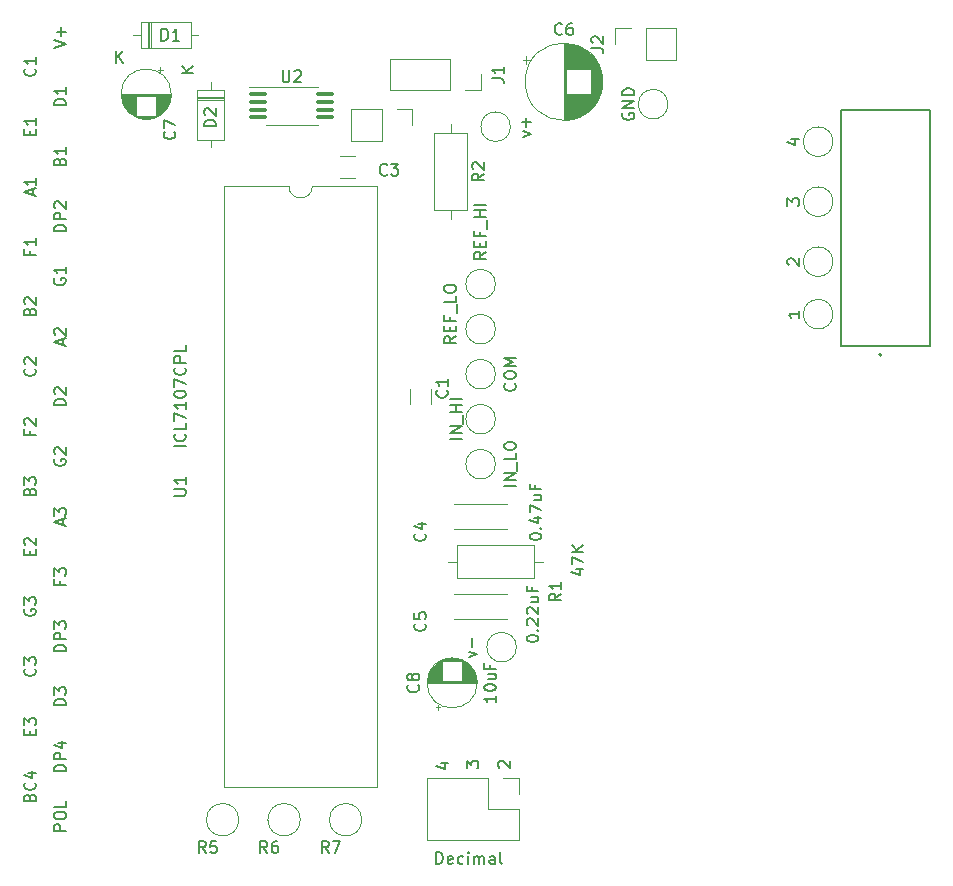
<source format=gto>
%TF.GenerationSoftware,KiCad,Pcbnew,(6.0.0)*%
%TF.CreationDate,2022-03-13T21:04:06-04:00*%
%TF.ProjectId,panel meter v1,70616e65-6c20-46d6-9574-65722076312e,rev?*%
%TF.SameCoordinates,Original*%
%TF.FileFunction,Legend,Top*%
%TF.FilePolarity,Positive*%
%FSLAX46Y46*%
G04 Gerber Fmt 4.6, Leading zero omitted, Abs format (unit mm)*
G04 Created by KiCad (PCBNEW (6.0.0)) date 2022-03-13 21:04:06*
%MOMM*%
%LPD*%
G01*
G04 APERTURE LIST*
G04 Aperture macros list*
%AMRoundRect*
0 Rectangle with rounded corners*
0 $1 Rounding radius*
0 $2 $3 $4 $5 $6 $7 $8 $9 X,Y pos of 4 corners*
0 Add a 4 corners polygon primitive as box body*
4,1,4,$2,$3,$4,$5,$6,$7,$8,$9,$2,$3,0*
0 Add four circle primitives for the rounded corners*
1,1,$1+$1,$2,$3*
1,1,$1+$1,$4,$5*
1,1,$1+$1,$6,$7*
1,1,$1+$1,$8,$9*
0 Add four rect primitives between the rounded corners*
20,1,$1+$1,$2,$3,$4,$5,0*
20,1,$1+$1,$4,$5,$6,$7,0*
20,1,$1+$1,$6,$7,$8,$9,0*
20,1,$1+$1,$8,$9,$2,$3,0*%
G04 Aperture macros list end*
%ADD10C,0.150000*%
%ADD11C,0.120000*%
%ADD12C,0.127000*%
%ADD13C,0.200000*%
%ADD14C,1.700000*%
%ADD15R,1.600000X1.600000*%
%ADD16O,1.600000X1.600000*%
%ADD17R,1.700000X1.700000*%
%ADD18O,1.700000X1.700000*%
%ADD19C,1.600000*%
%ADD20C,2.000000*%
%ADD21R,1.200000X1.200000*%
%ADD22C,1.200000*%
%ADD23C,3.200000*%
%ADD24R,1.800000X1.800000*%
%ADD25C,1.800000*%
%ADD26RoundRect,0.100000X-0.637500X-0.100000X0.637500X-0.100000X0.637500X0.100000X-0.637500X0.100000X0*%
G04 APERTURE END LIST*
D10*
X61412380Y-48998095D02*
X60412380Y-48998095D01*
X60412380Y-48760000D01*
X60460000Y-48617142D01*
X60555238Y-48521904D01*
X60650476Y-48474285D01*
X60840952Y-48426666D01*
X60983809Y-48426666D01*
X61174285Y-48474285D01*
X61269523Y-48521904D01*
X61364761Y-48617142D01*
X61412380Y-48760000D01*
X61412380Y-48998095D01*
X61412380Y-47474285D02*
X61412380Y-48045714D01*
X61412380Y-47760000D02*
X60412380Y-47760000D01*
X60555238Y-47855238D01*
X60650476Y-47950476D01*
X60698095Y-48045714D01*
X61412380Y-74398095D02*
X60412380Y-74398095D01*
X60412380Y-74160000D01*
X60460000Y-74017142D01*
X60555238Y-73921904D01*
X60650476Y-73874285D01*
X60840952Y-73826666D01*
X60983809Y-73826666D01*
X61174285Y-73874285D01*
X61269523Y-73921904D01*
X61364761Y-74017142D01*
X61412380Y-74160000D01*
X61412380Y-74398095D01*
X60507619Y-73445714D02*
X60460000Y-73398095D01*
X60412380Y-73302857D01*
X60412380Y-73064761D01*
X60460000Y-72969523D01*
X60507619Y-72921904D01*
X60602857Y-72874285D01*
X60698095Y-72874285D01*
X60840952Y-72921904D01*
X61412380Y-73493333D01*
X61412380Y-72874285D01*
X60426471Y-63639063D02*
X60378851Y-63734301D01*
X60378851Y-63877158D01*
X60426471Y-64020016D01*
X60521709Y-64115254D01*
X60616947Y-64162873D01*
X60807423Y-64210492D01*
X60950280Y-64210492D01*
X61140756Y-64162873D01*
X61235994Y-64115254D01*
X61331232Y-64020016D01*
X61378851Y-63877158D01*
X61378851Y-63781920D01*
X61331232Y-63639063D01*
X61283613Y-63591444D01*
X60950280Y-63591444D01*
X60950280Y-63781920D01*
X61378851Y-62639063D02*
X61378851Y-63210492D01*
X61378851Y-62924778D02*
X60378851Y-62924778D01*
X60521709Y-63020016D01*
X60616947Y-63115254D01*
X60664566Y-63210492D01*
X58348571Y-61293333D02*
X58348571Y-61626666D01*
X58872380Y-61626666D02*
X57872380Y-61626666D01*
X57872380Y-61150476D01*
X58872380Y-60245714D02*
X58872380Y-60817142D01*
X58872380Y-60531428D02*
X57872380Y-60531428D01*
X58015238Y-60626666D01*
X58110476Y-60721904D01*
X58158095Y-60817142D01*
X60888571Y-53744761D02*
X60936190Y-53601904D01*
X60983809Y-53554285D01*
X61079047Y-53506666D01*
X61221904Y-53506666D01*
X61317142Y-53554285D01*
X61364761Y-53601904D01*
X61412380Y-53697142D01*
X61412380Y-54078095D01*
X60412380Y-54078095D01*
X60412380Y-53744761D01*
X60460000Y-53649523D01*
X60507619Y-53601904D01*
X60602857Y-53554285D01*
X60698095Y-53554285D01*
X60793333Y-53601904D01*
X60840952Y-53649523D01*
X60888571Y-53744761D01*
X60888571Y-54078095D01*
X61412380Y-52554285D02*
X61412380Y-53125714D01*
X61412380Y-52840000D02*
X60412380Y-52840000D01*
X60555238Y-52935238D01*
X60650476Y-53030476D01*
X60698095Y-53125714D01*
X95337380Y-105108333D02*
X95337380Y-104489285D01*
X95718333Y-104822619D01*
X95718333Y-104679761D01*
X95765952Y-104584523D01*
X95813571Y-104536904D01*
X95908809Y-104489285D01*
X96146904Y-104489285D01*
X96242142Y-104536904D01*
X96289761Y-104584523D01*
X96337380Y-104679761D01*
X96337380Y-104965476D01*
X96289761Y-105060714D01*
X96242142Y-105108333D01*
X61412380Y-95218095D02*
X60412380Y-95218095D01*
X60412380Y-94980000D01*
X60460000Y-94837142D01*
X60555238Y-94741904D01*
X60650476Y-94694285D01*
X60840952Y-94646666D01*
X60983809Y-94646666D01*
X61174285Y-94694285D01*
X61269523Y-94741904D01*
X61364761Y-94837142D01*
X61412380Y-94980000D01*
X61412380Y-95218095D01*
X61412380Y-94218095D02*
X60412380Y-94218095D01*
X60412380Y-93837142D01*
X60460000Y-93741904D01*
X60507619Y-93694285D01*
X60602857Y-93646666D01*
X60745714Y-93646666D01*
X60840952Y-93694285D01*
X60888571Y-93741904D01*
X60936190Y-93837142D01*
X60936190Y-94218095D01*
X60412380Y-93313333D02*
X60412380Y-92694285D01*
X60793333Y-93027619D01*
X60793333Y-92884761D01*
X60840952Y-92789523D01*
X60888571Y-92741904D01*
X60983809Y-92694285D01*
X61221904Y-92694285D01*
X61317142Y-92741904D01*
X61364761Y-92789523D01*
X61412380Y-92884761D01*
X61412380Y-93170476D01*
X61364761Y-93265714D01*
X61317142Y-93313333D01*
X57920000Y-91654285D02*
X57872380Y-91749523D01*
X57872380Y-91892380D01*
X57920000Y-92035238D01*
X58015238Y-92130476D01*
X58110476Y-92178095D01*
X58300952Y-92225714D01*
X58443809Y-92225714D01*
X58634285Y-92178095D01*
X58729523Y-92130476D01*
X58824761Y-92035238D01*
X58872380Y-91892380D01*
X58872380Y-91797142D01*
X58824761Y-91654285D01*
X58777142Y-91606666D01*
X58443809Y-91606666D01*
X58443809Y-91797142D01*
X57872380Y-91273333D02*
X57872380Y-90654285D01*
X58253333Y-90987619D01*
X58253333Y-90844761D01*
X58300952Y-90749523D01*
X58348571Y-90701904D01*
X58443809Y-90654285D01*
X58681904Y-90654285D01*
X58777142Y-90701904D01*
X58824761Y-90749523D01*
X58872380Y-90844761D01*
X58872380Y-91130476D01*
X58824761Y-91225714D01*
X58777142Y-91273333D01*
X61126666Y-69294285D02*
X61126666Y-68818095D01*
X61412380Y-69389523D02*
X60412380Y-69056190D01*
X61412380Y-68722857D01*
X60507619Y-68437142D02*
X60460000Y-68389523D01*
X60412380Y-68294285D01*
X60412380Y-68056190D01*
X60460000Y-67960952D01*
X60507619Y-67913333D01*
X60602857Y-67865714D01*
X60698095Y-67865714D01*
X60840952Y-67913333D01*
X61412380Y-68484761D01*
X61412380Y-67865714D01*
X58348571Y-66444761D02*
X58396190Y-66301904D01*
X58443809Y-66254285D01*
X58539047Y-66206666D01*
X58681904Y-66206666D01*
X58777142Y-66254285D01*
X58824761Y-66301904D01*
X58872380Y-66397142D01*
X58872380Y-66778095D01*
X57872380Y-66778095D01*
X57872380Y-66444761D01*
X57920000Y-66349523D01*
X57967619Y-66301904D01*
X58062857Y-66254285D01*
X58158095Y-66254285D01*
X58253333Y-66301904D01*
X58300952Y-66349523D01*
X58348571Y-66444761D01*
X58348571Y-66778095D01*
X57967619Y-65825714D02*
X57920000Y-65778095D01*
X57872380Y-65682857D01*
X57872380Y-65444761D01*
X57920000Y-65349523D01*
X57967619Y-65301904D01*
X58062857Y-65254285D01*
X58158095Y-65254285D01*
X58300952Y-65301904D01*
X58872380Y-65873333D01*
X58872380Y-65254285D01*
X58586666Y-56594285D02*
X58586666Y-56118095D01*
X58872380Y-56689523D02*
X57872380Y-56356190D01*
X58872380Y-56022857D01*
X58872380Y-55165714D02*
X58872380Y-55737142D01*
X58872380Y-55451428D02*
X57872380Y-55451428D01*
X58015238Y-55546666D01*
X58110476Y-55641904D01*
X58158095Y-55737142D01*
X58777142Y-71286666D02*
X58824761Y-71334285D01*
X58872380Y-71477142D01*
X58872380Y-71572380D01*
X58824761Y-71715238D01*
X58729523Y-71810476D01*
X58634285Y-71858095D01*
X58443809Y-71905714D01*
X58300952Y-71905714D01*
X58110476Y-71858095D01*
X58015238Y-71810476D01*
X57920000Y-71715238D01*
X57872380Y-71572380D01*
X57872380Y-71477142D01*
X57920000Y-71334285D01*
X57967619Y-71286666D01*
X57967619Y-70905714D02*
X57920000Y-70858095D01*
X57872380Y-70762857D01*
X57872380Y-70524761D01*
X57920000Y-70429523D01*
X57967619Y-70381904D01*
X58062857Y-70334285D01*
X58158095Y-70334285D01*
X58300952Y-70381904D01*
X58872380Y-70953333D01*
X58872380Y-70334285D01*
X58348571Y-87050476D02*
X58348571Y-86717142D01*
X58872380Y-86574285D02*
X58872380Y-87050476D01*
X57872380Y-87050476D01*
X57872380Y-86574285D01*
X57967619Y-86193333D02*
X57920000Y-86145714D01*
X57872380Y-86050476D01*
X57872380Y-85812380D01*
X57920000Y-85717142D01*
X57967619Y-85669523D01*
X58062857Y-85621904D01*
X58158095Y-85621904D01*
X58300952Y-85669523D01*
X58872380Y-86240952D01*
X58872380Y-85621904D01*
X58777142Y-96686666D02*
X58824761Y-96734285D01*
X58872380Y-96877142D01*
X58872380Y-96972380D01*
X58824761Y-97115238D01*
X58729523Y-97210476D01*
X58634285Y-97258095D01*
X58443809Y-97305714D01*
X58300952Y-97305714D01*
X58110476Y-97258095D01*
X58015238Y-97210476D01*
X57920000Y-97115238D01*
X57872380Y-96972380D01*
X57872380Y-96877142D01*
X57920000Y-96734285D01*
X57967619Y-96686666D01*
X57872380Y-96353333D02*
X57872380Y-95734285D01*
X58253333Y-96067619D01*
X58253333Y-95924761D01*
X58300952Y-95829523D01*
X58348571Y-95781904D01*
X58443809Y-95734285D01*
X58681904Y-95734285D01*
X58777142Y-95781904D01*
X58824761Y-95829523D01*
X58872380Y-95924761D01*
X58872380Y-96210476D01*
X58824761Y-96305714D01*
X58777142Y-96353333D01*
X58348571Y-51490476D02*
X58348571Y-51157142D01*
X58872380Y-51014285D02*
X58872380Y-51490476D01*
X57872380Y-51490476D01*
X57872380Y-51014285D01*
X58872380Y-50061904D02*
X58872380Y-50633333D01*
X58872380Y-50347619D02*
X57872380Y-50347619D01*
X58015238Y-50442857D01*
X58110476Y-50538095D01*
X58158095Y-50633333D01*
X93130714Y-104711523D02*
X93797380Y-104711523D01*
X92749761Y-104949619D02*
X93464047Y-105187714D01*
X93464047Y-104568666D01*
X61412380Y-105378095D02*
X60412380Y-105378095D01*
X60412380Y-105140000D01*
X60460000Y-104997142D01*
X60555238Y-104901904D01*
X60650476Y-104854285D01*
X60840952Y-104806666D01*
X60983809Y-104806666D01*
X61174285Y-104854285D01*
X61269523Y-104901904D01*
X61364761Y-104997142D01*
X61412380Y-105140000D01*
X61412380Y-105378095D01*
X61412380Y-104378095D02*
X60412380Y-104378095D01*
X60412380Y-103997142D01*
X60460000Y-103901904D01*
X60507619Y-103854285D01*
X60602857Y-103806666D01*
X60745714Y-103806666D01*
X60840952Y-103854285D01*
X60888571Y-103901904D01*
X60936190Y-103997142D01*
X60936190Y-104378095D01*
X60745714Y-102949523D02*
X61412380Y-102949523D01*
X60364761Y-103187619D02*
X61079047Y-103425714D01*
X61079047Y-102806666D01*
X58348571Y-102290476D02*
X58348571Y-101957142D01*
X58872380Y-101814285D02*
X58872380Y-102290476D01*
X57872380Y-102290476D01*
X57872380Y-101814285D01*
X57872380Y-101480952D02*
X57872380Y-100861904D01*
X58253333Y-101195238D01*
X58253333Y-101052380D01*
X58300952Y-100957142D01*
X58348571Y-100909523D01*
X58443809Y-100861904D01*
X58681904Y-100861904D01*
X58777142Y-100909523D01*
X58824761Y-100957142D01*
X58872380Y-101052380D01*
X58872380Y-101338095D01*
X58824761Y-101433333D01*
X58777142Y-101480952D01*
X58348571Y-76533333D02*
X58348571Y-76866666D01*
X58872380Y-76866666D02*
X57872380Y-76866666D01*
X57872380Y-76390476D01*
X57967619Y-76057142D02*
X57920000Y-76009523D01*
X57872380Y-75914285D01*
X57872380Y-75676190D01*
X57920000Y-75580952D01*
X57967619Y-75533333D01*
X58062857Y-75485714D01*
X58158095Y-75485714D01*
X58300952Y-75533333D01*
X58872380Y-76104761D01*
X58872380Y-75485714D01*
X61412380Y-59658095D02*
X60412380Y-59658095D01*
X60412380Y-59420000D01*
X60460000Y-59277142D01*
X60555238Y-59181904D01*
X60650476Y-59134285D01*
X60840952Y-59086666D01*
X60983809Y-59086666D01*
X61174285Y-59134285D01*
X61269523Y-59181904D01*
X61364761Y-59277142D01*
X61412380Y-59420000D01*
X61412380Y-59658095D01*
X61412380Y-58658095D02*
X60412380Y-58658095D01*
X60412380Y-58277142D01*
X60460000Y-58181904D01*
X60507619Y-58134285D01*
X60602857Y-58086666D01*
X60745714Y-58086666D01*
X60840952Y-58134285D01*
X60888571Y-58181904D01*
X60936190Y-58277142D01*
X60936190Y-58658095D01*
X60507619Y-57705714D02*
X60460000Y-57658095D01*
X60412380Y-57562857D01*
X60412380Y-57324761D01*
X60460000Y-57229523D01*
X60507619Y-57181904D01*
X60602857Y-57134285D01*
X60698095Y-57134285D01*
X60840952Y-57181904D01*
X61412380Y-57753333D01*
X61412380Y-57134285D01*
X60888571Y-89233333D02*
X60888571Y-89566666D01*
X61412380Y-89566666D02*
X60412380Y-89566666D01*
X60412380Y-89090476D01*
X60412380Y-88804761D02*
X60412380Y-88185714D01*
X60793333Y-88519047D01*
X60793333Y-88376190D01*
X60840952Y-88280952D01*
X60888571Y-88233333D01*
X60983809Y-88185714D01*
X61221904Y-88185714D01*
X61317142Y-88233333D01*
X61364761Y-88280952D01*
X61412380Y-88376190D01*
X61412380Y-88661904D01*
X61364761Y-88757142D01*
X61317142Y-88804761D01*
X58348571Y-107584761D02*
X58396190Y-107441904D01*
X58443809Y-107394285D01*
X58539047Y-107346666D01*
X58681904Y-107346666D01*
X58777142Y-107394285D01*
X58824761Y-107441904D01*
X58872380Y-107537142D01*
X58872380Y-107918095D01*
X57872380Y-107918095D01*
X57872380Y-107584761D01*
X57920000Y-107489523D01*
X57967619Y-107441904D01*
X58062857Y-107394285D01*
X58158095Y-107394285D01*
X58253333Y-107441904D01*
X58300952Y-107489523D01*
X58348571Y-107584761D01*
X58348571Y-107918095D01*
X58777142Y-106346666D02*
X58824761Y-106394285D01*
X58872380Y-106537142D01*
X58872380Y-106632380D01*
X58824761Y-106775238D01*
X58729523Y-106870476D01*
X58634285Y-106918095D01*
X58443809Y-106965714D01*
X58300952Y-106965714D01*
X58110476Y-106918095D01*
X58015238Y-106870476D01*
X57920000Y-106775238D01*
X57872380Y-106632380D01*
X57872380Y-106537142D01*
X57920000Y-106394285D01*
X57967619Y-106346666D01*
X58205714Y-105489523D02*
X58872380Y-105489523D01*
X57824761Y-105727619D02*
X58539047Y-105965714D01*
X58539047Y-105346666D01*
X61412380Y-110410476D02*
X60412380Y-110410476D01*
X60412380Y-110029523D01*
X60460000Y-109934285D01*
X60507619Y-109886666D01*
X60602857Y-109839047D01*
X60745714Y-109839047D01*
X60840952Y-109886666D01*
X60888571Y-109934285D01*
X60936190Y-110029523D01*
X60936190Y-110410476D01*
X60412380Y-109220000D02*
X60412380Y-109029523D01*
X60460000Y-108934285D01*
X60555238Y-108839047D01*
X60745714Y-108791428D01*
X61079047Y-108791428D01*
X61269523Y-108839047D01*
X61364761Y-108934285D01*
X61412380Y-109029523D01*
X61412380Y-109220000D01*
X61364761Y-109315238D01*
X61269523Y-109410476D01*
X61079047Y-109458095D01*
X60745714Y-109458095D01*
X60555238Y-109410476D01*
X60460000Y-109315238D01*
X60412380Y-109220000D01*
X61412380Y-107886666D02*
X61412380Y-108362857D01*
X60412380Y-108362857D01*
X98099619Y-105060714D02*
X98052000Y-105013095D01*
X98004380Y-104917857D01*
X98004380Y-104679761D01*
X98052000Y-104584523D01*
X98099619Y-104536904D01*
X98194857Y-104489285D01*
X98290095Y-104489285D01*
X98432952Y-104536904D01*
X99004380Y-105108333D01*
X99004380Y-104489285D01*
X58777142Y-45886666D02*
X58824761Y-45934285D01*
X58872380Y-46077142D01*
X58872380Y-46172380D01*
X58824761Y-46315238D01*
X58729523Y-46410476D01*
X58634285Y-46458095D01*
X58443809Y-46505714D01*
X58300952Y-46505714D01*
X58110476Y-46458095D01*
X58015238Y-46410476D01*
X57920000Y-46315238D01*
X57872380Y-46172380D01*
X57872380Y-46077142D01*
X57920000Y-45934285D01*
X57967619Y-45886666D01*
X58872380Y-44934285D02*
X58872380Y-45505714D01*
X58872380Y-45220000D02*
X57872380Y-45220000D01*
X58015238Y-45315238D01*
X58110476Y-45410476D01*
X58158095Y-45505714D01*
X60412380Y-44132380D02*
X61412380Y-43799047D01*
X60412380Y-43465714D01*
X61031428Y-43132380D02*
X61031428Y-42370476D01*
X61412380Y-42751428D02*
X60650476Y-42751428D01*
X92765904Y-113228380D02*
X92765904Y-112228380D01*
X93004000Y-112228380D01*
X93146857Y-112276000D01*
X93242095Y-112371238D01*
X93289714Y-112466476D01*
X93337333Y-112656952D01*
X93337333Y-112799809D01*
X93289714Y-112990285D01*
X93242095Y-113085523D01*
X93146857Y-113180761D01*
X93004000Y-113228380D01*
X92765904Y-113228380D01*
X94146857Y-113180761D02*
X94051619Y-113228380D01*
X93861142Y-113228380D01*
X93765904Y-113180761D01*
X93718285Y-113085523D01*
X93718285Y-112704571D01*
X93765904Y-112609333D01*
X93861142Y-112561714D01*
X94051619Y-112561714D01*
X94146857Y-112609333D01*
X94194476Y-112704571D01*
X94194476Y-112799809D01*
X93718285Y-112895047D01*
X95051619Y-113180761D02*
X94956380Y-113228380D01*
X94765904Y-113228380D01*
X94670666Y-113180761D01*
X94623047Y-113133142D01*
X94575428Y-113037904D01*
X94575428Y-112752190D01*
X94623047Y-112656952D01*
X94670666Y-112609333D01*
X94765904Y-112561714D01*
X94956380Y-112561714D01*
X95051619Y-112609333D01*
X95480190Y-113228380D02*
X95480190Y-112561714D01*
X95480190Y-112228380D02*
X95432571Y-112276000D01*
X95480190Y-112323619D01*
X95527809Y-112276000D01*
X95480190Y-112228380D01*
X95480190Y-112323619D01*
X95956380Y-113228380D02*
X95956380Y-112561714D01*
X95956380Y-112656952D02*
X96004000Y-112609333D01*
X96099238Y-112561714D01*
X96242095Y-112561714D01*
X96337333Y-112609333D01*
X96384952Y-112704571D01*
X96384952Y-113228380D01*
X96384952Y-112704571D02*
X96432571Y-112609333D01*
X96527809Y-112561714D01*
X96670666Y-112561714D01*
X96765904Y-112609333D01*
X96813523Y-112704571D01*
X96813523Y-113228380D01*
X97718285Y-113228380D02*
X97718285Y-112704571D01*
X97670666Y-112609333D01*
X97575428Y-112561714D01*
X97384952Y-112561714D01*
X97289714Y-112609333D01*
X97718285Y-113180761D02*
X97623047Y-113228380D01*
X97384952Y-113228380D01*
X97289714Y-113180761D01*
X97242095Y-113085523D01*
X97242095Y-112990285D01*
X97289714Y-112895047D01*
X97384952Y-112847428D01*
X97623047Y-112847428D01*
X97718285Y-112799809D01*
X98337333Y-113228380D02*
X98242095Y-113180761D01*
X98194476Y-113085523D01*
X98194476Y-112228380D01*
X61412380Y-99798095D02*
X60412380Y-99798095D01*
X60412380Y-99560000D01*
X60460000Y-99417142D01*
X60555238Y-99321904D01*
X60650476Y-99274285D01*
X60840952Y-99226666D01*
X60983809Y-99226666D01*
X61174285Y-99274285D01*
X61269523Y-99321904D01*
X61364761Y-99417142D01*
X61412380Y-99560000D01*
X61412380Y-99798095D01*
X60412380Y-98893333D02*
X60412380Y-98274285D01*
X60793333Y-98607619D01*
X60793333Y-98464761D01*
X60840952Y-98369523D01*
X60888571Y-98321904D01*
X60983809Y-98274285D01*
X61221904Y-98274285D01*
X61317142Y-98321904D01*
X61364761Y-98369523D01*
X61412380Y-98464761D01*
X61412380Y-98750476D01*
X61364761Y-98845714D01*
X61317142Y-98893333D01*
X60460000Y-78954285D02*
X60412380Y-79049523D01*
X60412380Y-79192380D01*
X60460000Y-79335238D01*
X60555238Y-79430476D01*
X60650476Y-79478095D01*
X60840952Y-79525714D01*
X60983809Y-79525714D01*
X61174285Y-79478095D01*
X61269523Y-79430476D01*
X61364761Y-79335238D01*
X61412380Y-79192380D01*
X61412380Y-79097142D01*
X61364761Y-78954285D01*
X61317142Y-78906666D01*
X60983809Y-78906666D01*
X60983809Y-79097142D01*
X60507619Y-78525714D02*
X60460000Y-78478095D01*
X60412380Y-78382857D01*
X60412380Y-78144761D01*
X60460000Y-78049523D01*
X60507619Y-78001904D01*
X60602857Y-77954285D01*
X60698095Y-77954285D01*
X60840952Y-78001904D01*
X61412380Y-78573333D01*
X61412380Y-77954285D01*
X58348571Y-81684761D02*
X58396190Y-81541904D01*
X58443809Y-81494285D01*
X58539047Y-81446666D01*
X58681904Y-81446666D01*
X58777142Y-81494285D01*
X58824761Y-81541904D01*
X58872380Y-81637142D01*
X58872380Y-82018095D01*
X57872380Y-82018095D01*
X57872380Y-81684761D01*
X57920000Y-81589523D01*
X57967619Y-81541904D01*
X58062857Y-81494285D01*
X58158095Y-81494285D01*
X58253333Y-81541904D01*
X58300952Y-81589523D01*
X58348571Y-81684761D01*
X58348571Y-82018095D01*
X57872380Y-81113333D02*
X57872380Y-80494285D01*
X58253333Y-80827619D01*
X58253333Y-80684761D01*
X58300952Y-80589523D01*
X58348571Y-80541904D01*
X58443809Y-80494285D01*
X58681904Y-80494285D01*
X58777142Y-80541904D01*
X58824761Y-80589523D01*
X58872380Y-80684761D01*
X58872380Y-80970476D01*
X58824761Y-81065714D01*
X58777142Y-81113333D01*
X61126666Y-84534285D02*
X61126666Y-84058095D01*
X61412380Y-84629523D02*
X60412380Y-84296190D01*
X61412380Y-83962857D01*
X60412380Y-83724761D02*
X60412380Y-83105714D01*
X60793333Y-83439047D01*
X60793333Y-83296190D01*
X60840952Y-83200952D01*
X60888571Y-83153333D01*
X60983809Y-83105714D01*
X61221904Y-83105714D01*
X61317142Y-83153333D01*
X61364761Y-83200952D01*
X61412380Y-83296190D01*
X61412380Y-83581904D01*
X61364761Y-83677142D01*
X61317142Y-83724761D01*
%TO.C,U1*%
X70572380Y-82041904D02*
X71381904Y-82041904D01*
X71477142Y-81994285D01*
X71524761Y-81946666D01*
X71572380Y-81851428D01*
X71572380Y-81660952D01*
X71524761Y-81565714D01*
X71477142Y-81518095D01*
X71381904Y-81470476D01*
X70572380Y-81470476D01*
X71572380Y-80470476D02*
X71572380Y-81041904D01*
X71572380Y-80756190D02*
X70572380Y-80756190D01*
X70715238Y-80851428D01*
X70810476Y-80946666D01*
X70858095Y-81041904D01*
X71572380Y-77874285D02*
X70572380Y-77874285D01*
X71477142Y-76826666D02*
X71524761Y-76874285D01*
X71572380Y-77017142D01*
X71572380Y-77112380D01*
X71524761Y-77255238D01*
X71429523Y-77350476D01*
X71334285Y-77398095D01*
X71143809Y-77445714D01*
X71000952Y-77445714D01*
X70810476Y-77398095D01*
X70715238Y-77350476D01*
X70620000Y-77255238D01*
X70572380Y-77112380D01*
X70572380Y-77017142D01*
X70620000Y-76874285D01*
X70667619Y-76826666D01*
X71572380Y-75921904D02*
X71572380Y-76398095D01*
X70572380Y-76398095D01*
X70572380Y-75683809D02*
X70572380Y-75017142D01*
X71572380Y-75445714D01*
X71572380Y-74112380D02*
X71572380Y-74683809D01*
X71572380Y-74398095D02*
X70572380Y-74398095D01*
X70715238Y-74493333D01*
X70810476Y-74588571D01*
X70858095Y-74683809D01*
X70572380Y-73493333D02*
X70572380Y-73398095D01*
X70620000Y-73302857D01*
X70667619Y-73255238D01*
X70762857Y-73207619D01*
X70953333Y-73160000D01*
X71191428Y-73160000D01*
X71381904Y-73207619D01*
X71477142Y-73255238D01*
X71524761Y-73302857D01*
X71572380Y-73398095D01*
X71572380Y-73493333D01*
X71524761Y-73588571D01*
X71477142Y-73636190D01*
X71381904Y-73683809D01*
X71191428Y-73731428D01*
X70953333Y-73731428D01*
X70762857Y-73683809D01*
X70667619Y-73636190D01*
X70620000Y-73588571D01*
X70572380Y-73493333D01*
X70572380Y-72826666D02*
X70572380Y-72160000D01*
X71572380Y-72588571D01*
X71477142Y-71207619D02*
X71524761Y-71255238D01*
X71572380Y-71398095D01*
X71572380Y-71493333D01*
X71524761Y-71636190D01*
X71429523Y-71731428D01*
X71334285Y-71779047D01*
X71143809Y-71826666D01*
X71000952Y-71826666D01*
X70810476Y-71779047D01*
X70715238Y-71731428D01*
X70620000Y-71636190D01*
X70572380Y-71493333D01*
X70572380Y-71398095D01*
X70620000Y-71255238D01*
X70667619Y-71207619D01*
X71572380Y-70779047D02*
X70572380Y-70779047D01*
X70572380Y-70398095D01*
X70620000Y-70302857D01*
X70667619Y-70255238D01*
X70762857Y-70207619D01*
X70905714Y-70207619D01*
X71000952Y-70255238D01*
X71048571Y-70302857D01*
X71096190Y-70398095D01*
X71096190Y-70779047D01*
X71572380Y-69302857D02*
X71572380Y-69779047D01*
X70572380Y-69779047D01*
%TO.C,D2*%
X74112380Y-50776095D02*
X73112380Y-50776095D01*
X73112380Y-50538000D01*
X73160000Y-50395142D01*
X73255238Y-50299904D01*
X73350476Y-50252285D01*
X73540952Y-50204666D01*
X73683809Y-50204666D01*
X73874285Y-50252285D01*
X73969523Y-50299904D01*
X74064761Y-50395142D01*
X74112380Y-50538000D01*
X74112380Y-50776095D01*
X73207619Y-49823714D02*
X73160000Y-49776095D01*
X73112380Y-49680857D01*
X73112380Y-49442761D01*
X73160000Y-49347523D01*
X73207619Y-49299904D01*
X73302857Y-49252285D01*
X73398095Y-49252285D01*
X73540952Y-49299904D01*
X74112380Y-49871333D01*
X74112380Y-49252285D01*
X72207380Y-46235904D02*
X71207380Y-46235904D01*
X72207380Y-45664476D02*
X71635952Y-46093047D01*
X71207380Y-45664476D02*
X71778809Y-46235904D01*
%TO.C,J1*%
X97457380Y-46713333D02*
X98171666Y-46713333D01*
X98314523Y-46760952D01*
X98409761Y-46856190D01*
X98457380Y-46999047D01*
X98457380Y-47094285D01*
X98457380Y-45713333D02*
X98457380Y-46284761D01*
X98457380Y-45999047D02*
X97457380Y-45999047D01*
X97600238Y-46094285D01*
X97695476Y-46189523D01*
X97743095Y-46284761D01*
%TO.C,C1*%
X93651342Y-73115466D02*
X93698961Y-73163085D01*
X93746580Y-73305942D01*
X93746580Y-73401180D01*
X93698961Y-73544038D01*
X93603723Y-73639276D01*
X93508485Y-73686895D01*
X93318009Y-73734514D01*
X93175152Y-73734514D01*
X92984676Y-73686895D01*
X92889438Y-73639276D01*
X92794200Y-73544038D01*
X92746580Y-73401180D01*
X92746580Y-73305942D01*
X92794200Y-73163085D01*
X92841819Y-73115466D01*
X93746580Y-72163085D02*
X93746580Y-72734514D01*
X93746580Y-72448800D02*
X92746580Y-72448800D01*
X92889438Y-72544038D01*
X92984676Y-72639276D01*
X93032295Y-72734514D01*
%TO.C,J16*%
X122830714Y-51879523D02*
X123497380Y-51879523D01*
X122449761Y-52117619D02*
X123164047Y-52355714D01*
X123164047Y-51736666D01*
%TO.C,J4*%
X108575000Y-49656904D02*
X108527380Y-49752142D01*
X108527380Y-49895000D01*
X108575000Y-50037857D01*
X108670238Y-50133095D01*
X108765476Y-50180714D01*
X108955952Y-50228333D01*
X109098809Y-50228333D01*
X109289285Y-50180714D01*
X109384523Y-50133095D01*
X109479761Y-50037857D01*
X109527380Y-49895000D01*
X109527380Y-49799761D01*
X109479761Y-49656904D01*
X109432142Y-49609285D01*
X109098809Y-49609285D01*
X109098809Y-49799761D01*
X109527380Y-49180714D02*
X108527380Y-49180714D01*
X109527380Y-48609285D01*
X108527380Y-48609285D01*
X109527380Y-48133095D02*
X108527380Y-48133095D01*
X108527380Y-47895000D01*
X108575000Y-47752142D01*
X108670238Y-47656904D01*
X108765476Y-47609285D01*
X108955952Y-47561666D01*
X109098809Y-47561666D01*
X109289285Y-47609285D01*
X109384523Y-47656904D01*
X109479761Y-47752142D01*
X109527380Y-47895000D01*
X109527380Y-48133095D01*
%TO.C,J2*%
X105902380Y-44148333D02*
X106616666Y-44148333D01*
X106759523Y-44195952D01*
X106854761Y-44291190D01*
X106902380Y-44434047D01*
X106902380Y-44529285D01*
X105997619Y-43719761D02*
X105950000Y-43672142D01*
X105902380Y-43576904D01*
X105902380Y-43338809D01*
X105950000Y-43243571D01*
X105997619Y-43195952D01*
X106092857Y-43148333D01*
X106188095Y-43148333D01*
X106330952Y-43195952D01*
X106902380Y-43767380D01*
X106902380Y-43148333D01*
%TO.C,C3*%
X88606333Y-54840142D02*
X88558714Y-54887761D01*
X88415857Y-54935380D01*
X88320619Y-54935380D01*
X88177761Y-54887761D01*
X88082523Y-54792523D01*
X88034904Y-54697285D01*
X87987285Y-54506809D01*
X87987285Y-54363952D01*
X88034904Y-54173476D01*
X88082523Y-54078238D01*
X88177761Y-53983000D01*
X88320619Y-53935380D01*
X88415857Y-53935380D01*
X88558714Y-53983000D01*
X88606333Y-54030619D01*
X88939666Y-53935380D02*
X89558714Y-53935380D01*
X89225380Y-54316333D01*
X89368238Y-54316333D01*
X89463476Y-54363952D01*
X89511095Y-54411571D01*
X89558714Y-54506809D01*
X89558714Y-54744904D01*
X89511095Y-54840142D01*
X89463476Y-54887761D01*
X89368238Y-54935380D01*
X89082523Y-54935380D01*
X88987285Y-54887761D01*
X88939666Y-54840142D01*
%TO.C,C8*%
X91214142Y-98056266D02*
X91261761Y-98103885D01*
X91309380Y-98246742D01*
X91309380Y-98341980D01*
X91261761Y-98484838D01*
X91166523Y-98580076D01*
X91071285Y-98627695D01*
X90880809Y-98675314D01*
X90737952Y-98675314D01*
X90547476Y-98627695D01*
X90452238Y-98580076D01*
X90357000Y-98484838D01*
X90309380Y-98341980D01*
X90309380Y-98246742D01*
X90357000Y-98103885D01*
X90404619Y-98056266D01*
X90737952Y-97484838D02*
X90690333Y-97580076D01*
X90642714Y-97627695D01*
X90547476Y-97675314D01*
X90499857Y-97675314D01*
X90404619Y-97627695D01*
X90357000Y-97580076D01*
X90309380Y-97484838D01*
X90309380Y-97294361D01*
X90357000Y-97199123D01*
X90404619Y-97151504D01*
X90499857Y-97103885D01*
X90547476Y-97103885D01*
X90642714Y-97151504D01*
X90690333Y-97199123D01*
X90737952Y-97294361D01*
X90737952Y-97484838D01*
X90785571Y-97580076D01*
X90833190Y-97627695D01*
X90928428Y-97675314D01*
X91118904Y-97675314D01*
X91214142Y-97627695D01*
X91261761Y-97580076D01*
X91309380Y-97484838D01*
X91309380Y-97294361D01*
X91261761Y-97199123D01*
X91214142Y-97151504D01*
X91118904Y-97103885D01*
X90928428Y-97103885D01*
X90833190Y-97151504D01*
X90785571Y-97199123D01*
X90737952Y-97294361D01*
X97809380Y-98961028D02*
X97809380Y-99532457D01*
X97809380Y-99246742D02*
X96809380Y-99246742D01*
X96952238Y-99341980D01*
X97047476Y-99437219D01*
X97095095Y-99532457D01*
X96809380Y-98341980D02*
X96809380Y-98246742D01*
X96857000Y-98151504D01*
X96904619Y-98103885D01*
X96999857Y-98056266D01*
X97190333Y-98008647D01*
X97428428Y-98008647D01*
X97618904Y-98056266D01*
X97714142Y-98103885D01*
X97761761Y-98151504D01*
X97809380Y-98246742D01*
X97809380Y-98341980D01*
X97761761Y-98437219D01*
X97714142Y-98484838D01*
X97618904Y-98532457D01*
X97428428Y-98580076D01*
X97190333Y-98580076D01*
X96999857Y-98532457D01*
X96904619Y-98484838D01*
X96857000Y-98437219D01*
X96809380Y-98341980D01*
X97142714Y-97151504D02*
X97809380Y-97151504D01*
X97142714Y-97580076D02*
X97666523Y-97580076D01*
X97761761Y-97532457D01*
X97809380Y-97437219D01*
X97809380Y-97294361D01*
X97761761Y-97199123D01*
X97714142Y-97151504D01*
X97285571Y-96341980D02*
X97285571Y-96675314D01*
X97809380Y-96675314D02*
X96809380Y-96675314D01*
X96809380Y-96199123D01*
%TO.C,J15*%
X122497380Y-57483333D02*
X122497380Y-56864285D01*
X122878333Y-57197619D01*
X122878333Y-57054761D01*
X122925952Y-56959523D01*
X122973571Y-56911904D01*
X123068809Y-56864285D01*
X123306904Y-56864285D01*
X123402142Y-56911904D01*
X123449761Y-56959523D01*
X123497380Y-57054761D01*
X123497380Y-57340476D01*
X123449761Y-57435714D01*
X123402142Y-57483333D01*
%TO.C,J6*%
X99417142Y-72540714D02*
X99464761Y-72588333D01*
X99512380Y-72731190D01*
X99512380Y-72826428D01*
X99464761Y-72969285D01*
X99369523Y-73064523D01*
X99274285Y-73112142D01*
X99083809Y-73159761D01*
X98940952Y-73159761D01*
X98750476Y-73112142D01*
X98655238Y-73064523D01*
X98560000Y-72969285D01*
X98512380Y-72826428D01*
X98512380Y-72731190D01*
X98560000Y-72588333D01*
X98607619Y-72540714D01*
X98512380Y-71921666D02*
X98512380Y-71731190D01*
X98560000Y-71635952D01*
X98655238Y-71540714D01*
X98845714Y-71493095D01*
X99179047Y-71493095D01*
X99369523Y-71540714D01*
X99464761Y-71635952D01*
X99512380Y-71731190D01*
X99512380Y-71921666D01*
X99464761Y-72016904D01*
X99369523Y-72112142D01*
X99179047Y-72159761D01*
X98845714Y-72159761D01*
X98655238Y-72112142D01*
X98560000Y-72016904D01*
X98512380Y-71921666D01*
X99512380Y-71064523D02*
X98512380Y-71064523D01*
X99226666Y-70731190D01*
X98512380Y-70397857D01*
X99512380Y-70397857D01*
%TO.C,J5*%
X95543714Y-95726142D02*
X96210380Y-95488047D01*
X95543714Y-95249952D01*
X95829428Y-94869000D02*
X95829428Y-94107095D01*
%TO.C,J8*%
X99512380Y-81208333D02*
X98512380Y-81208333D01*
X99512380Y-80732142D02*
X98512380Y-80732142D01*
X99512380Y-80160714D01*
X98512380Y-80160714D01*
X99607619Y-79922619D02*
X99607619Y-79160714D01*
X99512380Y-78446428D02*
X99512380Y-78922619D01*
X98512380Y-78922619D01*
X98512380Y-77922619D02*
X98512380Y-77732142D01*
X98560000Y-77636904D01*
X98655238Y-77541666D01*
X98845714Y-77494047D01*
X99179047Y-77494047D01*
X99369523Y-77541666D01*
X99464761Y-77636904D01*
X99512380Y-77732142D01*
X99512380Y-77922619D01*
X99464761Y-78017857D01*
X99369523Y-78113095D01*
X99179047Y-78160714D01*
X98845714Y-78160714D01*
X98655238Y-78113095D01*
X98560000Y-78017857D01*
X98512380Y-77922619D01*
%TO.C,J3*%
X100115714Y-51657142D02*
X100782380Y-51419047D01*
X100115714Y-51180952D01*
X100401428Y-50800000D02*
X100401428Y-50038095D01*
X100782380Y-50419047D02*
X100020476Y-50419047D01*
%TO.C,R5*%
X73239333Y-112296380D02*
X72906000Y-111820190D01*
X72667904Y-112296380D02*
X72667904Y-111296380D01*
X73048857Y-111296380D01*
X73144095Y-111344000D01*
X73191714Y-111391619D01*
X73239333Y-111486857D01*
X73239333Y-111629714D01*
X73191714Y-111724952D01*
X73144095Y-111772571D01*
X73048857Y-111820190D01*
X72667904Y-111820190D01*
X74144095Y-111296380D02*
X73667904Y-111296380D01*
X73620285Y-111772571D01*
X73667904Y-111724952D01*
X73763142Y-111677333D01*
X74001238Y-111677333D01*
X74096476Y-111724952D01*
X74144095Y-111772571D01*
X74191714Y-111867809D01*
X74191714Y-112105904D01*
X74144095Y-112201142D01*
X74096476Y-112248761D01*
X74001238Y-112296380D01*
X73763142Y-112296380D01*
X73667904Y-112248761D01*
X73620285Y-112201142D01*
%TO.C,J7*%
X94922380Y-77231666D02*
X93922380Y-77231666D01*
X94922380Y-76755476D02*
X93922380Y-76755476D01*
X94922380Y-76184047D01*
X93922380Y-76184047D01*
X95017619Y-75945952D02*
X95017619Y-75184047D01*
X94922380Y-74945952D02*
X93922380Y-74945952D01*
X94398571Y-74945952D02*
X94398571Y-74374523D01*
X94922380Y-74374523D02*
X93922380Y-74374523D01*
X94922380Y-73898333D02*
X93922380Y-73898333D01*
%TO.C,J9*%
X96972380Y-61404285D02*
X96496190Y-61737619D01*
X96972380Y-61975714D02*
X95972380Y-61975714D01*
X95972380Y-61594761D01*
X96020000Y-61499523D01*
X96067619Y-61451904D01*
X96162857Y-61404285D01*
X96305714Y-61404285D01*
X96400952Y-61451904D01*
X96448571Y-61499523D01*
X96496190Y-61594761D01*
X96496190Y-61975714D01*
X96448571Y-60975714D02*
X96448571Y-60642380D01*
X96972380Y-60499523D02*
X96972380Y-60975714D01*
X95972380Y-60975714D01*
X95972380Y-60499523D01*
X96448571Y-59737619D02*
X96448571Y-60070952D01*
X96972380Y-60070952D02*
X95972380Y-60070952D01*
X95972380Y-59594761D01*
X97067619Y-59451904D02*
X97067619Y-58690000D01*
X96972380Y-58451904D02*
X95972380Y-58451904D01*
X96448571Y-58451904D02*
X96448571Y-57880476D01*
X96972380Y-57880476D02*
X95972380Y-57880476D01*
X96972380Y-57404285D02*
X95972380Y-57404285D01*
%TO.C,R7*%
X83653333Y-112296380D02*
X83320000Y-111820190D01*
X83081904Y-112296380D02*
X83081904Y-111296380D01*
X83462857Y-111296380D01*
X83558095Y-111344000D01*
X83605714Y-111391619D01*
X83653333Y-111486857D01*
X83653333Y-111629714D01*
X83605714Y-111724952D01*
X83558095Y-111772571D01*
X83462857Y-111820190D01*
X83081904Y-111820190D01*
X83986666Y-111296380D02*
X84653333Y-111296380D01*
X84224761Y-112296380D01*
%TO.C,C6*%
X103405954Y-42947142D02*
X103358335Y-42994761D01*
X103215478Y-43042380D01*
X103120240Y-43042380D01*
X102977382Y-42994761D01*
X102882144Y-42899523D01*
X102834525Y-42804285D01*
X102786906Y-42613809D01*
X102786906Y-42470952D01*
X102834525Y-42280476D01*
X102882144Y-42185238D01*
X102977382Y-42090000D01*
X103120240Y-42042380D01*
X103215478Y-42042380D01*
X103358335Y-42090000D01*
X103405954Y-42137619D01*
X104263097Y-42042380D02*
X104072621Y-42042380D01*
X103977382Y-42090000D01*
X103929763Y-42137619D01*
X103834525Y-42280476D01*
X103786906Y-42470952D01*
X103786906Y-42851904D01*
X103834525Y-42947142D01*
X103882144Y-42994761D01*
X103977382Y-43042380D01*
X104167859Y-43042380D01*
X104263097Y-42994761D01*
X104310716Y-42947142D01*
X104358335Y-42851904D01*
X104358335Y-42613809D01*
X104310716Y-42518571D01*
X104263097Y-42470952D01*
X104167859Y-42423333D01*
X103977382Y-42423333D01*
X103882144Y-42470952D01*
X103834525Y-42518571D01*
X103786906Y-42613809D01*
%TO.C,C4*%
X91797142Y-85256666D02*
X91844761Y-85304285D01*
X91892380Y-85447142D01*
X91892380Y-85542380D01*
X91844761Y-85685238D01*
X91749523Y-85780476D01*
X91654285Y-85828095D01*
X91463809Y-85875714D01*
X91320952Y-85875714D01*
X91130476Y-85828095D01*
X91035238Y-85780476D01*
X90940000Y-85685238D01*
X90892380Y-85542380D01*
X90892380Y-85447142D01*
X90940000Y-85304285D01*
X90987619Y-85256666D01*
X91225714Y-84399523D02*
X91892380Y-84399523D01*
X90844761Y-84637619D02*
X91559047Y-84875714D01*
X91559047Y-84256666D01*
X100671380Y-85558047D02*
X100671380Y-85462809D01*
X100719000Y-85367571D01*
X100766619Y-85319952D01*
X100861857Y-85272333D01*
X101052333Y-85224714D01*
X101290428Y-85224714D01*
X101480904Y-85272333D01*
X101576142Y-85319952D01*
X101623761Y-85367571D01*
X101671380Y-85462809D01*
X101671380Y-85558047D01*
X101623761Y-85653285D01*
X101576142Y-85700904D01*
X101480904Y-85748523D01*
X101290428Y-85796142D01*
X101052333Y-85796142D01*
X100861857Y-85748523D01*
X100766619Y-85700904D01*
X100719000Y-85653285D01*
X100671380Y-85558047D01*
X101576142Y-84796142D02*
X101623761Y-84748523D01*
X101671380Y-84796142D01*
X101623761Y-84843761D01*
X101576142Y-84796142D01*
X101671380Y-84796142D01*
X101004714Y-83891380D02*
X101671380Y-83891380D01*
X100623761Y-84129476D02*
X101338047Y-84367571D01*
X101338047Y-83748523D01*
X100671380Y-83462809D02*
X100671380Y-82796142D01*
X101671380Y-83224714D01*
X101004714Y-81986619D02*
X101671380Y-81986619D01*
X101004714Y-82415190D02*
X101528523Y-82415190D01*
X101623761Y-82367571D01*
X101671380Y-82272333D01*
X101671380Y-82129476D01*
X101623761Y-82034238D01*
X101576142Y-81986619D01*
X101147571Y-81177095D02*
X101147571Y-81510428D01*
X101671380Y-81510428D02*
X100671380Y-81510428D01*
X100671380Y-81034238D01*
%TO.C,J10*%
X94432380Y-68555952D02*
X93956190Y-68889285D01*
X94432380Y-69127380D02*
X93432380Y-69127380D01*
X93432380Y-68746428D01*
X93480000Y-68651190D01*
X93527619Y-68603571D01*
X93622857Y-68555952D01*
X93765714Y-68555952D01*
X93860952Y-68603571D01*
X93908571Y-68651190D01*
X93956190Y-68746428D01*
X93956190Y-69127380D01*
X93908571Y-68127380D02*
X93908571Y-67794047D01*
X94432380Y-67651190D02*
X94432380Y-68127380D01*
X93432380Y-68127380D01*
X93432380Y-67651190D01*
X93908571Y-66889285D02*
X93908571Y-67222619D01*
X94432380Y-67222619D02*
X93432380Y-67222619D01*
X93432380Y-66746428D01*
X94527619Y-66603571D02*
X94527619Y-65841666D01*
X94432380Y-65127380D02*
X94432380Y-65603571D01*
X93432380Y-65603571D01*
X93432380Y-64603571D02*
X93432380Y-64413095D01*
X93480000Y-64317857D01*
X93575238Y-64222619D01*
X93765714Y-64175000D01*
X94099047Y-64175000D01*
X94289523Y-64222619D01*
X94384761Y-64317857D01*
X94432380Y-64413095D01*
X94432380Y-64603571D01*
X94384761Y-64698809D01*
X94289523Y-64794047D01*
X94099047Y-64841666D01*
X93765714Y-64841666D01*
X93575238Y-64794047D01*
X93480000Y-64698809D01*
X93432380Y-64603571D01*
%TO.C,R1*%
X103322380Y-90336666D02*
X102846190Y-90670000D01*
X103322380Y-90908095D02*
X102322380Y-90908095D01*
X102322380Y-90527142D01*
X102370000Y-90431904D01*
X102417619Y-90384285D01*
X102512857Y-90336666D01*
X102655714Y-90336666D01*
X102750952Y-90384285D01*
X102798571Y-90431904D01*
X102846190Y-90527142D01*
X102846190Y-90908095D01*
X103322380Y-89384285D02*
X103322380Y-89955714D01*
X103322380Y-89670000D02*
X102322380Y-89670000D01*
X102465238Y-89765238D01*
X102560476Y-89860476D01*
X102608095Y-89955714D01*
X104560714Y-88288714D02*
X105227380Y-88288714D01*
X104179761Y-88526809D02*
X104894047Y-88764904D01*
X104894047Y-88145857D01*
X104227380Y-87860142D02*
X104227380Y-87193476D01*
X105227380Y-87622047D01*
X105227380Y-86812523D02*
X104227380Y-86812523D01*
X105227380Y-86241095D02*
X104655952Y-86669666D01*
X104227380Y-86241095D02*
X104798809Y-86812523D01*
%TO.C,R6*%
X78446333Y-112296380D02*
X78113000Y-111820190D01*
X77874904Y-112296380D02*
X77874904Y-111296380D01*
X78255857Y-111296380D01*
X78351095Y-111344000D01*
X78398714Y-111391619D01*
X78446333Y-111486857D01*
X78446333Y-111629714D01*
X78398714Y-111724952D01*
X78351095Y-111772571D01*
X78255857Y-111820190D01*
X77874904Y-111820190D01*
X79303476Y-111296380D02*
X79113000Y-111296380D01*
X79017761Y-111344000D01*
X78970142Y-111391619D01*
X78874904Y-111534476D01*
X78827285Y-111724952D01*
X78827285Y-112105904D01*
X78874904Y-112201142D01*
X78922523Y-112248761D01*
X79017761Y-112296380D01*
X79208238Y-112296380D01*
X79303476Y-112248761D01*
X79351095Y-112201142D01*
X79398714Y-112105904D01*
X79398714Y-111867809D01*
X79351095Y-111772571D01*
X79303476Y-111724952D01*
X79208238Y-111677333D01*
X79017761Y-111677333D01*
X78922523Y-111724952D01*
X78874904Y-111772571D01*
X78827285Y-111867809D01*
%TO.C,R2*%
X96802380Y-54776666D02*
X96326190Y-55110000D01*
X96802380Y-55348095D02*
X95802380Y-55348095D01*
X95802380Y-54967142D01*
X95850000Y-54871904D01*
X95897619Y-54824285D01*
X95992857Y-54776666D01*
X96135714Y-54776666D01*
X96230952Y-54824285D01*
X96278571Y-54871904D01*
X96326190Y-54967142D01*
X96326190Y-55348095D01*
X95897619Y-54395714D02*
X95850000Y-54348095D01*
X95802380Y-54252857D01*
X95802380Y-54014761D01*
X95850000Y-53919523D01*
X95897619Y-53871904D01*
X95992857Y-53824285D01*
X96088095Y-53824285D01*
X96230952Y-53871904D01*
X96802380Y-54443333D01*
X96802380Y-53824285D01*
%TO.C,C5*%
X91797142Y-92876666D02*
X91844761Y-92924285D01*
X91892380Y-93067142D01*
X91892380Y-93162380D01*
X91844761Y-93305238D01*
X91749523Y-93400476D01*
X91654285Y-93448095D01*
X91463809Y-93495714D01*
X91320952Y-93495714D01*
X91130476Y-93448095D01*
X91035238Y-93400476D01*
X90940000Y-93305238D01*
X90892380Y-93162380D01*
X90892380Y-93067142D01*
X90940000Y-92924285D01*
X90987619Y-92876666D01*
X90892380Y-91971904D02*
X90892380Y-92448095D01*
X91368571Y-92495714D01*
X91320952Y-92448095D01*
X91273333Y-92352857D01*
X91273333Y-92114761D01*
X91320952Y-92019523D01*
X91368571Y-91971904D01*
X91463809Y-91924285D01*
X91701904Y-91924285D01*
X91797142Y-91971904D01*
X91844761Y-92019523D01*
X91892380Y-92114761D01*
X91892380Y-92352857D01*
X91844761Y-92448095D01*
X91797142Y-92495714D01*
X100417380Y-94194047D02*
X100417380Y-94098809D01*
X100465000Y-94003571D01*
X100512619Y-93955952D01*
X100607857Y-93908333D01*
X100798333Y-93860714D01*
X101036428Y-93860714D01*
X101226904Y-93908333D01*
X101322142Y-93955952D01*
X101369761Y-94003571D01*
X101417380Y-94098809D01*
X101417380Y-94194047D01*
X101369761Y-94289285D01*
X101322142Y-94336904D01*
X101226904Y-94384523D01*
X101036428Y-94432142D01*
X100798333Y-94432142D01*
X100607857Y-94384523D01*
X100512619Y-94336904D01*
X100465000Y-94289285D01*
X100417380Y-94194047D01*
X101322142Y-93432142D02*
X101369761Y-93384523D01*
X101417380Y-93432142D01*
X101369761Y-93479761D01*
X101322142Y-93432142D01*
X101417380Y-93432142D01*
X100512619Y-93003571D02*
X100465000Y-92955952D01*
X100417380Y-92860714D01*
X100417380Y-92622619D01*
X100465000Y-92527380D01*
X100512619Y-92479761D01*
X100607857Y-92432142D01*
X100703095Y-92432142D01*
X100845952Y-92479761D01*
X101417380Y-93051190D01*
X101417380Y-92432142D01*
X100512619Y-92051190D02*
X100465000Y-92003571D01*
X100417380Y-91908333D01*
X100417380Y-91670238D01*
X100465000Y-91575000D01*
X100512619Y-91527380D01*
X100607857Y-91479761D01*
X100703095Y-91479761D01*
X100845952Y-91527380D01*
X101417380Y-92098809D01*
X101417380Y-91479761D01*
X100750714Y-90622619D02*
X101417380Y-90622619D01*
X100750714Y-91051190D02*
X101274523Y-91051190D01*
X101369761Y-91003571D01*
X101417380Y-90908333D01*
X101417380Y-90765476D01*
X101369761Y-90670238D01*
X101322142Y-90622619D01*
X100893571Y-89813095D02*
X100893571Y-90146428D01*
X101417380Y-90146428D02*
X100417380Y-90146428D01*
X100417380Y-89670238D01*
%TO.C,C7*%
X70588142Y-51220666D02*
X70635761Y-51268285D01*
X70683380Y-51411142D01*
X70683380Y-51506380D01*
X70635761Y-51649238D01*
X70540523Y-51744476D01*
X70445285Y-51792095D01*
X70254809Y-51839714D01*
X70111952Y-51839714D01*
X69921476Y-51792095D01*
X69826238Y-51744476D01*
X69731000Y-51649238D01*
X69683380Y-51506380D01*
X69683380Y-51411142D01*
X69731000Y-51268285D01*
X69778619Y-51220666D01*
X69683380Y-50887333D02*
X69683380Y-50220666D01*
X70683380Y-50649238D01*
%TO.C,D1*%
X69492904Y-43505380D02*
X69492904Y-42505380D01*
X69731000Y-42505380D01*
X69873857Y-42553000D01*
X69969095Y-42648238D01*
X70016714Y-42743476D01*
X70064333Y-42933952D01*
X70064333Y-43076809D01*
X70016714Y-43267285D01*
X69969095Y-43362523D01*
X69873857Y-43457761D01*
X69731000Y-43505380D01*
X69492904Y-43505380D01*
X71016714Y-43505380D02*
X70445285Y-43505380D01*
X70731000Y-43505380D02*
X70731000Y-42505380D01*
X70635761Y-42648238D01*
X70540523Y-42743476D01*
X70445285Y-42791095D01*
X65651095Y-45410380D02*
X65651095Y-44410380D01*
X66222523Y-45410380D02*
X65793952Y-44838952D01*
X66222523Y-44410380D02*
X65651095Y-44981809D01*
%TO.C,U2*%
X79756095Y-46024380D02*
X79756095Y-46833904D01*
X79803714Y-46929142D01*
X79851333Y-46976761D01*
X79946571Y-47024380D01*
X80137047Y-47024380D01*
X80232285Y-46976761D01*
X80279904Y-46929142D01*
X80327523Y-46833904D01*
X80327523Y-46024380D01*
X80756095Y-46119619D02*
X80803714Y-46072000D01*
X80898952Y-46024380D01*
X81137047Y-46024380D01*
X81232285Y-46072000D01*
X81279904Y-46119619D01*
X81327523Y-46214857D01*
X81327523Y-46310095D01*
X81279904Y-46452952D01*
X80708476Y-47024380D01*
X81327523Y-47024380D01*
%TO.C,J14*%
X122592619Y-62515714D02*
X122545000Y-62468095D01*
X122497380Y-62372857D01*
X122497380Y-62134761D01*
X122545000Y-62039523D01*
X122592619Y-61991904D01*
X122687857Y-61944285D01*
X122783095Y-61944285D01*
X122925952Y-61991904D01*
X123497380Y-62563333D01*
X123497380Y-61944285D01*
%TO.C,J17*%
X123497380Y-66389285D02*
X123497380Y-66960714D01*
X123497380Y-66675000D02*
X122497380Y-66675000D01*
X122640238Y-66770238D01*
X122735476Y-66865476D01*
X122783095Y-66960714D01*
D11*
%TO.C,U1*%
X80275000Y-55825000D02*
X74815000Y-55825000D01*
X87735000Y-55825000D02*
X82275000Y-55825000D01*
X87735000Y-106745000D02*
X87735000Y-55825000D01*
X74815000Y-55825000D02*
X74815000Y-106745000D01*
X74815000Y-106745000D02*
X87735000Y-106745000D01*
X80275000Y-55825000D02*
G75*
G03*
X82275000Y-55825000I1000000J0D01*
G01*
%TO.C,D2*%
X73660000Y-47014000D02*
X73660000Y-47664000D01*
X74780000Y-48504000D02*
X72540000Y-48504000D01*
X74780000Y-51904000D02*
X74780000Y-47664000D01*
X74780000Y-48264000D02*
X72540000Y-48264000D01*
X72540000Y-51904000D02*
X74780000Y-51904000D01*
X73660000Y-52554000D02*
X73660000Y-51904000D01*
X72540000Y-47664000D02*
X72540000Y-51904000D01*
X74780000Y-47664000D02*
X72540000Y-47664000D01*
X74780000Y-48384000D02*
X72540000Y-48384000D01*
%TO.C,J1*%
X93965000Y-47710000D02*
X88825000Y-47710000D01*
X88825000Y-45050000D02*
X88825000Y-47710000D01*
X93965000Y-45050000D02*
X88825000Y-45050000D01*
X96565000Y-47710000D02*
X95235000Y-47710000D01*
X93965000Y-45050000D02*
X93965000Y-47710000D01*
X96565000Y-46380000D02*
X96565000Y-47710000D01*
%TO.C,C1*%
X92360000Y-73031000D02*
X92360000Y-74289000D01*
X90520000Y-73031000D02*
X90520000Y-74289000D01*
%TO.C,J16*%
X126346000Y-52070000D02*
G75*
G03*
X126346000Y-52070000I-1251000J0D01*
G01*
%TO.C,J4*%
X112376000Y-48895000D02*
G75*
G03*
X112376000Y-48895000I-1251000J0D01*
G01*
%TO.C,J2*%
X110490000Y-45145000D02*
X113090000Y-45145000D01*
X107890000Y-43815000D02*
X107890000Y-42485000D01*
X107890000Y-42485000D02*
X109220000Y-42485000D01*
X110490000Y-42485000D02*
X113090000Y-42485000D01*
X110490000Y-45145000D02*
X110490000Y-42485000D01*
X113090000Y-45145000D02*
X113090000Y-42485000D01*
%TO.C,C3*%
X85846000Y-53309000D02*
X84588000Y-53309000D01*
X85846000Y-55149000D02*
X84588000Y-55149000D01*
%TO.C,C8*%
X92028000Y-97809600D02*
X96186000Y-97809600D01*
X94947000Y-96088600D02*
X95187000Y-96088600D01*
X92256000Y-96928600D02*
X93267000Y-96928600D01*
X93443000Y-95888600D02*
X94771000Y-95888600D01*
X94947000Y-96688600D02*
X95815000Y-96688600D01*
X92555000Y-96488600D02*
X93267000Y-96488600D01*
X94947000Y-96808600D02*
X95892000Y-96808600D01*
X92153000Y-97168600D02*
X93267000Y-97168600D01*
X92711000Y-96328600D02*
X93267000Y-96328600D01*
X94947000Y-96408600D02*
X95585000Y-96408600D01*
X94947000Y-97048600D02*
X96014000Y-97048600D01*
X92036000Y-97689600D02*
X93267000Y-97689600D01*
X92322000Y-96808600D02*
X93267000Y-96808600D01*
X92488000Y-96568600D02*
X93267000Y-96568600D01*
X92756000Y-96288600D02*
X93267000Y-96288600D01*
X92912000Y-100159401D02*
X92912000Y-99759401D01*
X92102000Y-97329600D02*
X93267000Y-97329600D01*
X94947000Y-97008600D02*
X95996000Y-97008600D01*
X94947000Y-96928600D02*
X95958000Y-96928600D01*
X92907000Y-96168600D02*
X93267000Y-96168600D01*
X92200000Y-97048600D02*
X93267000Y-97048600D01*
X94947000Y-96328600D02*
X95503000Y-96328600D01*
X94947000Y-97088600D02*
X96031000Y-97088600D01*
X92803000Y-96248600D02*
X93267000Y-96248600D01*
X92139000Y-97209600D02*
X93267000Y-97209600D01*
X92399000Y-96688600D02*
X93267000Y-96688600D01*
X92591000Y-96448600D02*
X93267000Y-96448600D01*
X92237000Y-96968600D02*
X93267000Y-96968600D01*
X94947000Y-97689600D02*
X96178000Y-97689600D01*
X92372000Y-96728600D02*
X93267000Y-96728600D01*
X92027000Y-97889600D02*
X96187000Y-97889600D01*
X94947000Y-97449600D02*
X96141000Y-97449600D01*
X94947000Y-97489600D02*
X96149000Y-97489600D01*
X94947000Y-96528600D02*
X95694000Y-96528600D01*
X94947000Y-96288600D02*
X95458000Y-96288600D01*
X94947000Y-96248600D02*
X95411000Y-96248600D01*
X92167000Y-97128600D02*
X93267000Y-97128600D01*
X94947000Y-97168600D02*
X96061000Y-97168600D01*
X94947000Y-96168600D02*
X95307000Y-96168600D01*
X94947000Y-97529600D02*
X96157000Y-97529600D01*
X94947000Y-96968600D02*
X95977000Y-96968600D01*
X92853000Y-96208600D02*
X93267000Y-96208600D01*
X92669000Y-96368600D02*
X93267000Y-96368600D01*
X94947000Y-97569600D02*
X96163000Y-97569600D01*
X92183000Y-97088600D02*
X93267000Y-97088600D01*
X92051000Y-97569600D02*
X93267000Y-97569600D01*
X93570000Y-95848600D02*
X94644000Y-95848600D01*
X92073000Y-97449600D02*
X93267000Y-97449600D01*
X92040000Y-97649600D02*
X93267000Y-97649600D01*
X94947000Y-97249600D02*
X96089000Y-97249600D01*
X94947000Y-96568600D02*
X95726000Y-96568600D01*
X94947000Y-97649600D02*
X96174000Y-97649600D01*
X92347000Y-96768600D02*
X93267000Y-96768600D01*
X92065000Y-97489600D02*
X93267000Y-97489600D01*
X92125000Y-97249600D02*
X93267000Y-97249600D01*
X92082000Y-97409600D02*
X93267000Y-97409600D01*
X92277000Y-96888600D02*
X93267000Y-96888600D01*
X94947000Y-96208600D02*
X95361000Y-96208600D01*
X92427000Y-96648600D02*
X93267000Y-96648600D01*
X92520000Y-96528600D02*
X93267000Y-96528600D01*
X94947000Y-96128600D02*
X95249000Y-96128600D01*
X92057000Y-97529600D02*
X93267000Y-97529600D01*
X92030000Y-97769600D02*
X96184000Y-97769600D01*
X92113000Y-97289600D02*
X93267000Y-97289600D01*
X94947000Y-96608600D02*
X95757000Y-96608600D01*
X94947000Y-97209600D02*
X96075000Y-97209600D01*
X94947000Y-97409600D02*
X96132000Y-97409600D01*
X93027000Y-96088600D02*
X93267000Y-96088600D01*
X94947000Y-97128600D02*
X96047000Y-97128600D01*
X92299000Y-96848600D02*
X93267000Y-96848600D01*
X93094000Y-96048600D02*
X95120000Y-96048600D01*
X93339000Y-95928600D02*
X94875000Y-95928600D01*
X94947000Y-96768600D02*
X95867000Y-96768600D01*
X94947000Y-97369600D02*
X96123000Y-97369600D01*
X94947000Y-97609600D02*
X96169000Y-97609600D01*
X94947000Y-96648600D02*
X95787000Y-96648600D01*
X93167000Y-96008600D02*
X95047000Y-96008600D01*
X93248000Y-95968600D02*
X94966000Y-95968600D01*
X93737000Y-95808600D02*
X94477000Y-95808600D01*
X94947000Y-97329600D02*
X96112000Y-97329600D01*
X92629000Y-96408600D02*
X93267000Y-96408600D01*
X94947000Y-96848600D02*
X95915000Y-96848600D01*
X92045000Y-97609600D02*
X93267000Y-97609600D01*
X94947000Y-97289600D02*
X96101000Y-97289600D01*
X92091000Y-97369600D02*
X93267000Y-97369600D01*
X92712000Y-99959401D02*
X93112000Y-99959401D01*
X92027000Y-97849600D02*
X96187000Y-97849600D01*
X92965000Y-96128600D02*
X93267000Y-96128600D01*
X94947000Y-96368600D02*
X95545000Y-96368600D01*
X94947000Y-96448600D02*
X95623000Y-96448600D01*
X94947000Y-96888600D02*
X95937000Y-96888600D01*
X92033000Y-97729600D02*
X96181000Y-97729600D01*
X94947000Y-96728600D02*
X95842000Y-96728600D01*
X92457000Y-96608600D02*
X93267000Y-96608600D01*
X94947000Y-96488600D02*
X95659000Y-96488600D01*
X92218000Y-97008600D02*
X93267000Y-97008600D01*
X96227000Y-97889600D02*
G75*
G03*
X96227000Y-97889600I-2120000J0D01*
G01*
%TO.C,J15*%
X126346000Y-57150000D02*
G75*
G03*
X126346000Y-57150000I-1251000J0D01*
G01*
%TO.C,J12*%
X88143000Y-49343000D02*
X88143000Y-52003000D01*
X85543000Y-49343000D02*
X85543000Y-52003000D01*
X89413000Y-49343000D02*
X90743000Y-49343000D01*
X88143000Y-52003000D02*
X85543000Y-52003000D01*
X90743000Y-49343000D02*
X90743000Y-50673000D01*
X88143000Y-49343000D02*
X85543000Y-49343000D01*
%TO.C,J6*%
X97771000Y-71755000D02*
G75*
G03*
X97771000Y-71755000I-1251000J0D01*
G01*
%TO.C,J5*%
X99549000Y-94869000D02*
G75*
G03*
X99549000Y-94869000I-1251000J0D01*
G01*
%TO.C,J8*%
X97771000Y-79375000D02*
G75*
G03*
X97771000Y-79375000I-1251000J0D01*
G01*
%TO.C,J3*%
X99041000Y-50800000D02*
G75*
G03*
X99041000Y-50800000I-1251000J0D01*
G01*
%TO.C,R5*%
X73306000Y-109474000D02*
X73236000Y-109474000D01*
X76046000Y-109474000D02*
G75*
G03*
X76046000Y-109474000I-1370000J0D01*
G01*
%TO.C,J7*%
X97771000Y-75565000D02*
G75*
G03*
X97771000Y-75565000I-1251000J0D01*
G01*
%TO.C,J9*%
X97771000Y-64135000D02*
G75*
G03*
X97771000Y-64135000I-1251000J0D01*
G01*
%TO.C,R7*%
X83720000Y-109474000D02*
X83650000Y-109474000D01*
X86460000Y-109474000D02*
G75*
G03*
X86460000Y-109474000I-1370000J0D01*
G01*
%TO.C,C6*%
X104973621Y-44074000D02*
X104973621Y-45950000D01*
X104012621Y-48030000D02*
X104012621Y-50191000D01*
X104453621Y-48030000D02*
X104453621Y-50100000D01*
X103852621Y-43772000D02*
X103852621Y-45950000D01*
X105613621Y-48030000D02*
X105613621Y-49506000D01*
X104893621Y-44038000D02*
X104893621Y-45950000D01*
X105013621Y-48030000D02*
X105013621Y-49886000D01*
X106733621Y-46188000D02*
X106733621Y-47792000D01*
X104413621Y-43869000D02*
X104413621Y-45950000D01*
X105373621Y-44300000D02*
X105373621Y-45950000D01*
X106493621Y-45558000D02*
X106493621Y-48422000D01*
X105573621Y-44442000D02*
X105573621Y-45950000D01*
X104853621Y-44020000D02*
X104853621Y-45950000D01*
X105693621Y-44540000D02*
X105693621Y-45950000D01*
X106533621Y-45640000D02*
X106533621Y-48340000D01*
X105333621Y-44274000D02*
X105333621Y-45950000D01*
X105093621Y-44134000D02*
X105093621Y-45950000D01*
X104333621Y-48030000D02*
X104333621Y-50131000D01*
X104252621Y-48030000D02*
X104252621Y-50149000D01*
X104172621Y-43815000D02*
X104172621Y-45950000D01*
X106373621Y-45340000D02*
X106373621Y-48640000D01*
X106133621Y-44995000D02*
X106133621Y-48985000D01*
X105213621Y-48030000D02*
X105213621Y-49780000D01*
X103772621Y-43766000D02*
X103772621Y-50214000D01*
X103572621Y-43760000D02*
X103572621Y-50220000D01*
X106813621Y-46588000D02*
X106813621Y-47392000D01*
X105733621Y-44574000D02*
X105733621Y-45950000D01*
X104373621Y-43859000D02*
X104373621Y-45950000D01*
X106173621Y-45046000D02*
X106173621Y-48934000D01*
X104212621Y-43823000D02*
X104212621Y-45950000D01*
X103932621Y-43779000D02*
X103932621Y-45950000D01*
X104092621Y-43801000D02*
X104092621Y-45950000D01*
X104172621Y-48030000D02*
X104172621Y-50165000D01*
X104653621Y-48030000D02*
X104653621Y-50037000D01*
X105293621Y-44248000D02*
X105293621Y-45950000D01*
X104613621Y-48030000D02*
X104613621Y-50051000D01*
X103732621Y-43763000D02*
X103732621Y-50217000D01*
X105773621Y-48030000D02*
X105773621Y-49370000D01*
X105653621Y-48030000D02*
X105653621Y-49474000D01*
X104573621Y-43916000D02*
X104573621Y-45950000D01*
X104293621Y-48030000D02*
X104293621Y-50140000D01*
X104773621Y-43988000D02*
X104773621Y-45950000D01*
X105653621Y-44506000D02*
X105653621Y-45950000D01*
X104613621Y-43929000D02*
X104613621Y-45950000D01*
X104573621Y-48030000D02*
X104573621Y-50064000D01*
X104493621Y-48030000D02*
X104493621Y-50088000D01*
X104092621Y-48030000D02*
X104092621Y-50179000D01*
X105533621Y-44412000D02*
X105533621Y-45950000D01*
X106653621Y-45931000D02*
X106653621Y-48049000D01*
X105453621Y-44354000D02*
X105453621Y-45950000D01*
X104813621Y-44004000D02*
X104813621Y-45950000D01*
X104733621Y-48030000D02*
X104733621Y-50008000D01*
X103652621Y-43760000D02*
X103652621Y-50220000D01*
X106573621Y-45728000D02*
X106573621Y-48252000D01*
X103852621Y-48030000D02*
X103852621Y-50208000D01*
X105413621Y-44326000D02*
X105413621Y-45950000D01*
X105133621Y-48030000D02*
X105133621Y-49824000D01*
X105173621Y-48030000D02*
X105173621Y-49802000D01*
X104293621Y-43840000D02*
X104293621Y-45950000D01*
X106053621Y-44898000D02*
X106053621Y-49082000D01*
X104252621Y-43831000D02*
X104252621Y-45950000D01*
X105013621Y-44094000D02*
X105013621Y-45950000D01*
X104493621Y-43892000D02*
X104493621Y-45950000D01*
X106333621Y-45276000D02*
X106333621Y-48704000D01*
X105253621Y-48030000D02*
X105253621Y-49756000D01*
X105053621Y-44114000D02*
X105053621Y-45950000D01*
X104132621Y-43808000D02*
X104132621Y-45950000D01*
X104813621Y-48030000D02*
X104813621Y-49976000D01*
X103932621Y-48030000D02*
X103932621Y-50201000D01*
X105333621Y-48030000D02*
X105333621Y-49706000D01*
X106013621Y-44853000D02*
X106013621Y-49127000D01*
X105613621Y-44474000D02*
X105613621Y-45950000D01*
X105893621Y-44725000D02*
X105893621Y-49255000D01*
X105773621Y-44610000D02*
X105773621Y-45950000D01*
X104212621Y-48030000D02*
X104212621Y-50157000D01*
X104453621Y-43880000D02*
X104453621Y-45950000D01*
X103612621Y-43760000D02*
X103612621Y-50220000D01*
X105493621Y-44383000D02*
X105493621Y-45950000D01*
X105093621Y-48030000D02*
X105093621Y-49846000D01*
X103892621Y-48030000D02*
X103892621Y-50205000D01*
X105853621Y-44685000D02*
X105853621Y-45950000D01*
X103812621Y-48030000D02*
X103812621Y-50212000D01*
X105813621Y-48030000D02*
X105813621Y-49333000D01*
X105413621Y-48030000D02*
X105413621Y-49654000D01*
X106253621Y-45156000D02*
X106253621Y-48824000D01*
X104373621Y-48030000D02*
X104373621Y-50121000D01*
X105213621Y-44200000D02*
X105213621Y-45950000D01*
X104052621Y-48030000D02*
X104052621Y-50185000D01*
X105053621Y-48030000D02*
X105053621Y-49866000D01*
X104693621Y-48030000D02*
X104693621Y-50023000D01*
X103972621Y-48030000D02*
X103972621Y-50196000D01*
X104773621Y-48030000D02*
X104773621Y-49992000D01*
X106213621Y-45100000D02*
X106213621Y-48880000D01*
X105493621Y-48030000D02*
X105493621Y-49597000D01*
X104893621Y-48030000D02*
X104893621Y-49942000D01*
X105293621Y-48030000D02*
X105293621Y-49732000D01*
X105533621Y-48030000D02*
X105533621Y-49568000D01*
X104533621Y-48030000D02*
X104533621Y-50076000D01*
X104132621Y-48030000D02*
X104132621Y-50172000D01*
X104693621Y-43957000D02*
X104693621Y-45950000D01*
X104653621Y-43943000D02*
X104653621Y-45950000D01*
X105453621Y-48030000D02*
X105453621Y-49626000D01*
X105253621Y-44224000D02*
X105253621Y-45950000D01*
X104733621Y-43972000D02*
X104733621Y-45950000D01*
X106613621Y-45825000D02*
X106613621Y-48155000D01*
X104413621Y-48030000D02*
X104413621Y-50111000D01*
X104853621Y-48030000D02*
X104853621Y-49960000D01*
X104012621Y-43789000D02*
X104012621Y-45950000D01*
X105133621Y-44156000D02*
X105133621Y-45950000D01*
X105973621Y-44808000D02*
X105973621Y-49172000D01*
X100072380Y-45151000D02*
X100702380Y-45151000D01*
X106413621Y-45409000D02*
X106413621Y-48571000D01*
X106093621Y-44946000D02*
X106093621Y-49034000D01*
X105813621Y-44647000D02*
X105813621Y-45950000D01*
X106293621Y-45214000D02*
X106293621Y-48766000D01*
X106453621Y-45481000D02*
X106453621Y-48499000D01*
X106693621Y-46050000D02*
X106693621Y-47930000D01*
X104933621Y-44056000D02*
X104933621Y-45950000D01*
X105853621Y-48030000D02*
X105853621Y-49295000D01*
X105733621Y-48030000D02*
X105733621Y-49406000D01*
X103972621Y-43784000D02*
X103972621Y-45950000D01*
X104333621Y-43849000D02*
X104333621Y-45950000D01*
X105693621Y-48030000D02*
X105693621Y-49440000D01*
X105373621Y-48030000D02*
X105373621Y-49680000D01*
X103812621Y-43768000D02*
X103812621Y-45950000D01*
X103692621Y-43762000D02*
X103692621Y-50218000D01*
X106773621Y-46357000D02*
X106773621Y-47623000D01*
X104533621Y-43904000D02*
X104533621Y-45950000D01*
X104052621Y-43795000D02*
X104052621Y-45950000D01*
X103892621Y-43775000D02*
X103892621Y-45950000D01*
X105573621Y-48030000D02*
X105573621Y-49538000D01*
X105933621Y-44766000D02*
X105933621Y-49214000D01*
X104973621Y-48030000D02*
X104973621Y-49906000D01*
X100387380Y-44836000D02*
X100387380Y-45466000D01*
X104933621Y-48030000D02*
X104933621Y-49924000D01*
X105173621Y-44178000D02*
X105173621Y-45950000D01*
X106842621Y-46990000D02*
G75*
G03*
X106842621Y-46990000I-3270000J0D01*
G01*
%TO.C,C4*%
X94250000Y-82750000D02*
X94250000Y-82765000D01*
X98790000Y-82750000D02*
X98790000Y-82765000D01*
X94250000Y-82750000D02*
X98790000Y-82750000D01*
X94250000Y-84875000D02*
X94250000Y-84890000D01*
X94250000Y-84890000D02*
X98790000Y-84890000D01*
X98790000Y-84875000D02*
X98790000Y-84890000D01*
%TO.C,J10*%
X97771000Y-67945000D02*
G75*
G03*
X97771000Y-67945000I-1251000J0D01*
G01*
%TO.C,R1*%
X101830000Y-87630000D02*
X101060000Y-87630000D01*
X94520000Y-86260000D02*
X94520000Y-89000000D01*
X101060000Y-89000000D02*
X101060000Y-86260000D01*
X94520000Y-89000000D02*
X101060000Y-89000000D01*
X93750000Y-87630000D02*
X94520000Y-87630000D01*
X101060000Y-86260000D02*
X94520000Y-86260000D01*
%TO.C,R6*%
X78513000Y-109474000D02*
X78443000Y-109474000D01*
X81253000Y-109474000D02*
G75*
G03*
X81253000Y-109474000I-1370000J0D01*
G01*
%TO.C,J11*%
X99740000Y-108580000D02*
X99740000Y-111180000D01*
X99740000Y-111180000D02*
X92000000Y-111180000D01*
X98410000Y-105980000D02*
X99740000Y-105980000D01*
X97140000Y-105980000D02*
X92000000Y-105980000D01*
X97140000Y-105980000D02*
X97140000Y-108580000D01*
X92000000Y-105980000D02*
X92000000Y-111180000D01*
X99740000Y-105980000D02*
X99740000Y-107310000D01*
X97140000Y-108580000D02*
X99740000Y-108580000D01*
%TO.C,R2*%
X93980000Y-50570000D02*
X93980000Y-51340000D01*
X95350000Y-57880000D02*
X95350000Y-51340000D01*
X92610000Y-51340000D02*
X92610000Y-57880000D01*
X95350000Y-51340000D02*
X92610000Y-51340000D01*
X92610000Y-57880000D02*
X95350000Y-57880000D01*
X93980000Y-58650000D02*
X93980000Y-57880000D01*
%TO.C,C5*%
X98790000Y-90370000D02*
X98790000Y-90385000D01*
X94250000Y-92510000D02*
X98790000Y-92510000D01*
X94250000Y-92495000D02*
X94250000Y-92510000D01*
X98790000Y-92495000D02*
X98790000Y-92510000D01*
X94250000Y-90370000D02*
X98790000Y-90370000D01*
X94250000Y-90370000D02*
X94250000Y-90385000D01*
%TO.C,C7*%
X70069000Y-48954401D02*
X69039000Y-48954401D01*
X67359000Y-49074401D02*
X66391000Y-49074401D01*
X67359000Y-49474401D02*
X66683000Y-49474401D01*
X70249000Y-48393401D02*
X69039000Y-48393401D01*
X67359000Y-49794401D02*
X67057000Y-49794401D01*
X69279000Y-49834401D02*
X69039000Y-49834401D01*
X69394000Y-45763600D02*
X69394000Y-46163600D01*
X67359000Y-48513401D02*
X66174000Y-48513401D01*
X70255000Y-48353401D02*
X69039000Y-48353401D01*
X70088000Y-48914401D02*
X69039000Y-48914401D01*
X69818000Y-49354401D02*
X69039000Y-49354401D01*
X69453000Y-49714401D02*
X69039000Y-49714401D01*
X68736000Y-50074401D02*
X67662000Y-50074401D01*
X70139000Y-48794401D02*
X69039000Y-48794401D01*
X67359000Y-48633401D02*
X66205000Y-48633401D01*
X70029000Y-49034401D02*
X69039000Y-49034401D01*
X67359000Y-48673401D02*
X66217000Y-48673401D01*
X70224000Y-48513401D02*
X69039000Y-48513401D01*
X70270000Y-48233401D02*
X69039000Y-48233401D01*
X67359000Y-49834401D02*
X67119000Y-49834401D01*
X67359000Y-48433401D02*
X66157000Y-48433401D01*
X68967000Y-49994401D02*
X67431000Y-49994401D01*
X69212000Y-49874401D02*
X67186000Y-49874401D01*
X70050000Y-48994401D02*
X69039000Y-48994401D01*
X68863000Y-50034401D02*
X67535000Y-50034401D01*
X70233000Y-48473401D02*
X69039000Y-48473401D01*
X70181000Y-48673401D02*
X69039000Y-48673401D01*
X69399000Y-49754401D02*
X69039000Y-49754401D01*
X67359000Y-48593401D02*
X66194000Y-48593401D01*
X69751000Y-49434401D02*
X69039000Y-49434401D01*
X67359000Y-49194401D02*
X66464000Y-49194401D01*
X69139000Y-49914401D02*
X67259000Y-49914401D01*
X67359000Y-49234401D02*
X66491000Y-49234401D01*
X70007000Y-49074401D02*
X69039000Y-49074401D01*
X67359000Y-48754401D02*
X66245000Y-48754401D01*
X67359000Y-49594401D02*
X66803000Y-49594401D01*
X70241000Y-48433401D02*
X69039000Y-48433401D01*
X67359000Y-48713401D02*
X66231000Y-48713401D01*
X67359000Y-49514401D02*
X66721000Y-49514401D01*
X67359000Y-49674401D02*
X66895000Y-49674401D01*
X69984000Y-49114401D02*
X69039000Y-49114401D01*
X69595000Y-49594401D02*
X69039000Y-49594401D01*
X67359000Y-49754401D02*
X66999000Y-49754401D01*
X69715000Y-49474401D02*
X69039000Y-49474401D01*
X67359000Y-49114401D02*
X66414000Y-49114401D01*
X67359000Y-49554401D02*
X66761000Y-49554401D01*
X69503000Y-49674401D02*
X69039000Y-49674401D01*
X69907000Y-49234401D02*
X69039000Y-49234401D01*
X67359000Y-48313401D02*
X66137000Y-48313401D01*
X67359000Y-49434401D02*
X66647000Y-49434401D01*
X67359000Y-49354401D02*
X66580000Y-49354401D01*
X67359000Y-49714401D02*
X66945000Y-49714401D01*
X70215000Y-48553401D02*
X69039000Y-48553401D01*
X70123000Y-48834401D02*
X69039000Y-48834401D01*
X69594000Y-45963600D02*
X69194000Y-45963600D01*
X67359000Y-48994401D02*
X66348000Y-48994401D01*
X70261000Y-48313401D02*
X69039000Y-48313401D01*
X67359000Y-48393401D02*
X66149000Y-48393401D01*
X69879000Y-49274401D02*
X69039000Y-49274401D01*
X68569000Y-50114401D02*
X67829000Y-50114401D01*
X70193000Y-48633401D02*
X69039000Y-48633401D01*
X67359000Y-49034401D02*
X66369000Y-49034401D01*
X67359000Y-49314401D02*
X66549000Y-49314401D01*
X69058000Y-49954401D02*
X67340000Y-49954401D01*
X67359000Y-48874401D02*
X66292000Y-48874401D01*
X67359000Y-48914401D02*
X66310000Y-48914401D01*
X67359000Y-48553401D02*
X66183000Y-48553401D01*
X69959000Y-49154401D02*
X69039000Y-49154401D01*
X69550000Y-49634401D02*
X69039000Y-49634401D01*
X67359000Y-49154401D02*
X66439000Y-49154401D01*
X69341000Y-49794401D02*
X69039000Y-49794401D01*
X69786000Y-49394401D02*
X69039000Y-49394401D01*
X69677000Y-49514401D02*
X69039000Y-49514401D01*
X70276000Y-48153401D02*
X66122000Y-48153401D01*
X69849000Y-49314401D02*
X69039000Y-49314401D01*
X67359000Y-48794401D02*
X66259000Y-48794401D01*
X69934000Y-49194401D02*
X69039000Y-49194401D01*
X69637000Y-49554401D02*
X69039000Y-49554401D01*
X67359000Y-49394401D02*
X66612000Y-49394401D01*
X70106000Y-48874401D02*
X69039000Y-48874401D01*
X70153000Y-48754401D02*
X69039000Y-48754401D01*
X67359000Y-48233401D02*
X66128000Y-48233401D01*
X67359000Y-48353401D02*
X66143000Y-48353401D01*
X70266000Y-48273401D02*
X69039000Y-48273401D01*
X70273000Y-48193401D02*
X66125000Y-48193401D01*
X70278000Y-48113401D02*
X66120000Y-48113401D01*
X67359000Y-48954401D02*
X66329000Y-48954401D01*
X67359000Y-48834401D02*
X66275000Y-48834401D01*
X70279000Y-48073401D02*
X66119000Y-48073401D01*
X67359000Y-48273401D02*
X66132000Y-48273401D01*
X67359000Y-49274401D02*
X66519000Y-49274401D01*
X70204000Y-48593401D02*
X69039000Y-48593401D01*
X67359000Y-49634401D02*
X66848000Y-49634401D01*
X70167000Y-48713401D02*
X69039000Y-48713401D01*
X67359000Y-48473401D02*
X66165000Y-48473401D01*
X70279000Y-48033401D02*
X66119000Y-48033401D01*
X70319000Y-48033401D02*
G75*
G03*
X70319000Y-48033401I-2120000J0D01*
G01*
%TO.C,D1*%
X68450000Y-41933000D02*
X68450000Y-44173000D01*
X72620000Y-43053000D02*
X71970000Y-43053000D01*
X68330000Y-41933000D02*
X68330000Y-44173000D01*
X67730000Y-41933000D02*
X67730000Y-44173000D01*
X71970000Y-44173000D02*
X71970000Y-41933000D01*
X67080000Y-43053000D02*
X67730000Y-43053000D01*
X71970000Y-41933000D02*
X67730000Y-41933000D01*
X67730000Y-44173000D02*
X71970000Y-44173000D01*
X68570000Y-41933000D02*
X68570000Y-44173000D01*
D12*
%TO.C,J18*%
X134560000Y-49362500D02*
X127060000Y-49362500D01*
X127060000Y-69362500D02*
X134560000Y-69362500D01*
X127060000Y-49362500D02*
X127060000Y-69362500D01*
X134560000Y-69362500D02*
X134560000Y-49362500D01*
D13*
X130460000Y-70092500D02*
G75*
G03*
X130460000Y-70092500I-100000J0D01*
G01*
D11*
%TO.C,U2*%
X80518000Y-50632000D02*
X82718000Y-50632000D01*
X80518000Y-50632000D02*
X78318000Y-50632000D01*
X80518000Y-47412000D02*
X76918000Y-47412000D01*
X80518000Y-47412000D02*
X82718000Y-47412000D01*
%TO.C,J14*%
X126346000Y-62230000D02*
G75*
G03*
X126346000Y-62230000I-1251000J0D01*
G01*
%TO.C,J17*%
X126346000Y-66675000D02*
G75*
G03*
X126346000Y-66675000I-1251000J0D01*
G01*
%TD*%
%LPC*%
D14*
%TO.C,REF\u002A\u002A*%
X114300000Y-88900000D03*
%TD*%
%TO.C,REF\u002A\u002A*%
X111760000Y-60960000D03*
%TD*%
%TO.C,REF\u002A\u002A*%
X127058021Y-86510442D03*
%TD*%
%TO.C,REF\u002A\u002A*%
X106680000Y-96520000D03*
%TD*%
%TO.C,REF\u002A\u002A*%
X109202800Y-91439999D03*
%TD*%
%TO.C,REF\u002A\u002A*%
X116840000Y-106680000D03*
%TD*%
%TO.C,REF\u002A\u002A*%
X114300000Y-86360000D03*
%TD*%
%TO.C,REF\u002A\u002A*%
X104140000Y-78740000D03*
%TD*%
%TO.C,REF\u002A\u002A*%
X106646471Y-73701692D03*
%TD*%
%TO.C,REF\u002A\u002A*%
X132080000Y-101600000D03*
%TD*%
%TO.C,REF\u002A\u002A*%
X106680000Y-111769036D03*
%TD*%
%TO.C,REF\u002A\u002A*%
X99060000Y-66040000D03*
%TD*%
%TO.C,REF\u002A\u002A*%
X132080000Y-76200000D03*
%TD*%
%TO.C,REF\u002A\u002A*%
X106680000Y-55880000D03*
%TD*%
%TO.C,REF\u002A\u002A*%
X124460000Y-73660000D03*
%TD*%
%TO.C,REF\u002A\u002A*%
X124442800Y-83794635D03*
%TD*%
D15*
%TO.C,U1*%
X73655000Y-57155000D03*
D16*
X73655000Y-59695000D03*
X73655000Y-62235000D03*
X73655000Y-64775000D03*
X73655000Y-67315000D03*
X73655000Y-69855000D03*
X73655000Y-72395000D03*
X73655000Y-74935000D03*
X73655000Y-77475000D03*
X73655000Y-80015000D03*
X73655000Y-82555000D03*
X73655000Y-85095000D03*
X73655000Y-87635000D03*
X73655000Y-90175000D03*
X73655000Y-92715000D03*
X73655000Y-95255000D03*
X73655000Y-97795000D03*
X73655000Y-100335000D03*
X73655000Y-102875000D03*
X73655000Y-105415000D03*
X88895000Y-105415000D03*
X88895000Y-102875000D03*
X88895000Y-100335000D03*
X88895000Y-97795000D03*
X88895000Y-95255000D03*
X88895000Y-92715000D03*
X88895000Y-90175000D03*
X88895000Y-87635000D03*
X88895000Y-85095000D03*
X88895000Y-82555000D03*
X88895000Y-80015000D03*
X88895000Y-77475000D03*
X88895000Y-74935000D03*
X88895000Y-72395000D03*
X88895000Y-69855000D03*
X88895000Y-67315000D03*
X88895000Y-64775000D03*
X88895000Y-62235000D03*
X88895000Y-59695000D03*
X88895000Y-57155000D03*
%TD*%
D14*
%TO.C,REF\u002A\u002A*%
X116848164Y-61027056D03*
%TD*%
%TO.C,REF\u002A\u002A*%
X116840000Y-58420000D03*
%TD*%
%TO.C,REF\u002A\u002A*%
X119380000Y-96520000D03*
%TD*%
%TO.C,REF\u002A\u002A*%
X106680000Y-109220000D03*
%TD*%
%TO.C,REF\u002A\u002A*%
X114299999Y-58410964D03*
%TD*%
%TO.C,REF\u002A\u002A*%
X104140000Y-53340000D03*
%TD*%
D15*
%TO.C,D2*%
X73660000Y-45974000D03*
D16*
X73660000Y-53594000D03*
%TD*%
D14*
%TO.C,REF\u002A\u002A*%
X109220000Y-55880000D03*
%TD*%
D17*
%TO.C,J1*%
X95235000Y-46380000D03*
D18*
X92695000Y-46380000D03*
X90155000Y-46380000D03*
%TD*%
D14*
%TO.C,REF\u002A\u002A*%
X121920000Y-83820000D03*
%TD*%
%TO.C,REF\u002A\u002A*%
X109220000Y-53340000D03*
%TD*%
%TO.C,REF\u002A\u002A*%
X127000000Y-93980000D03*
%TD*%
%TO.C,REF\u002A\u002A*%
X111760000Y-91440000D03*
%TD*%
%TO.C,REF\u002A\u002A*%
X101600000Y-55880000D03*
%TD*%
%TO.C,REF\u002A\u002A*%
X121920000Y-104140000D03*
%TD*%
%TO.C,REF\u002A\u002A*%
X99060000Y-76200000D03*
%TD*%
%TO.C,REF\u002A\u002A*%
X106673262Y-83819999D03*
%TD*%
%TO.C,REF\u002A\u002A*%
X111760000Y-76200000D03*
%TD*%
%TO.C,REF\u002A\u002A*%
X109220000Y-109220000D03*
%TD*%
%TO.C,REF\u002A\u002A*%
X114266471Y-53381692D03*
%TD*%
%TO.C,REF\u002A\u002A*%
X124460000Y-71120000D03*
%TD*%
%TO.C,REF\u002A\u002A*%
X129522800Y-104114635D03*
%TD*%
D19*
%TO.C,C1*%
X91440000Y-72410000D03*
X91440000Y-74910000D03*
%TD*%
D14*
%TO.C,REF\u002A\u002A*%
X121920000Y-58420000D03*
%TD*%
%TO.C,REF\u002A\u002A*%
X119362800Y-91439999D03*
%TD*%
%TO.C,REF\u002A\u002A*%
X109220000Y-111769036D03*
%TD*%
%TO.C,REF\u002A\u002A*%
X111760000Y-68580000D03*
%TD*%
%TO.C,REF\u002A\u002A*%
X119380000Y-68580000D03*
%TD*%
%TO.C,REF\u002A\u002A*%
X114266471Y-104181692D03*
%TD*%
%TO.C,REF\u002A\u002A*%
X116898021Y-86510442D03*
%TD*%
%TO.C,REF\u002A\u002A*%
X101600000Y-71120000D03*
%TD*%
%TO.C,REF\u002A\u002A*%
X119379999Y-81279999D03*
%TD*%
D20*
%TO.C,J16*%
X125095000Y-52070000D03*
%TD*%
D14*
%TO.C,REF\u002A\u002A*%
X101600000Y-53340000D03*
%TD*%
D20*
%TO.C,J4*%
X111125000Y-48895000D03*
%TD*%
D17*
%TO.C,J2*%
X109220000Y-43815000D03*
D18*
X111760000Y-43815000D03*
%TD*%
D14*
%TO.C,REF\u002A\u002A*%
X124426471Y-104181692D03*
%TD*%
%TO.C,REF\u002A\u002A*%
X124518021Y-76350442D03*
%TD*%
%TO.C,REF\u002A\u002A*%
X119362800Y-101599999D03*
%TD*%
%TO.C,REF\u002A\u002A*%
X116840000Y-63500000D03*
%TD*%
%TO.C,REF\u002A\u002A*%
X101600000Y-106680000D03*
%TD*%
%TO.C,REF\u002A\u002A*%
X104139999Y-101599999D03*
%TD*%
%TO.C,REF\u002A\u002A*%
X116840000Y-48260000D03*
%TD*%
%TO.C,REF\u002A\u002A*%
X101591835Y-60957859D03*
%TD*%
D19*
%TO.C,C3*%
X86467000Y-54229000D03*
X83967000Y-54229000D03*
%TD*%
D14*
%TO.C,REF\u002A\u002A*%
X109219999Y-88890964D03*
%TD*%
%TO.C,REF\u002A\u002A*%
X124426471Y-94021692D03*
%TD*%
%TO.C,REF\u002A\u002A*%
X101600000Y-68580000D03*
%TD*%
%TO.C,REF\u002A\u002A*%
X124460000Y-106680000D03*
%TD*%
%TO.C,REF\u002A\u002A*%
X132080000Y-81280000D03*
%TD*%
%TO.C,REF\u002A\u002A*%
X109228164Y-71187056D03*
%TD*%
%TO.C,REF\u002A\u002A*%
X111818021Y-66190442D03*
%TD*%
%TO.C,REF\u002A\u002A*%
X121920000Y-68580000D03*
%TD*%
%TO.C,REF\u002A\u002A*%
X124460000Y-86360000D03*
%TD*%
%TO.C,REF\u002A\u002A*%
X119362800Y-60959999D03*
%TD*%
%TO.C,REF\u002A\u002A*%
X106680000Y-76200000D03*
%TD*%
%TO.C,REF\u002A\u002A*%
X129540000Y-78740000D03*
%TD*%
%TO.C,REF\u002A\u002A*%
X116840000Y-83820000D03*
%TD*%
%TO.C,REF\u002A\u002A*%
X114299999Y-109210964D03*
%TD*%
%TO.C,REF\u002A\u002A*%
X104139999Y-71105812D03*
%TD*%
%TO.C,REF\u002A\u002A*%
X106688164Y-88900000D03*
%TD*%
D21*
%TO.C,C8*%
X94107000Y-98889600D03*
D22*
X94107000Y-96889600D03*
%TD*%
D14*
%TO.C,REF\u002A\u002A*%
X114300000Y-78740000D03*
%TD*%
%TO.C,REF\u002A\u002A*%
X119362800Y-50799999D03*
%TD*%
%TO.C,REF\u002A\u002A*%
X114266471Y-94021692D03*
%TD*%
%TO.C,REF\u002A\u002A*%
X111760000Y-93980000D03*
%TD*%
%TO.C,REF\u002A\u002A*%
X132080000Y-78740000D03*
%TD*%
%TO.C,REF\u002A\u002A*%
X101600000Y-109220000D03*
%TD*%
%TO.C,REF\u002A\u002A*%
X121978021Y-106830442D03*
%TD*%
%TO.C,REF\u002A\u002A*%
X109220000Y-106680000D03*
%TD*%
%TO.C,REF\u002A\u002A*%
X104106471Y-104181692D03*
%TD*%
%TO.C,REF\u002A\u002A*%
X126983671Y-73601978D03*
%TD*%
%TO.C,REF\u002A\u002A*%
X119388164Y-71187056D03*
%TD*%
%TO.C,REF\u002A\u002A*%
X129522800Y-101599999D03*
%TD*%
%TO.C,REF\u002A\u002A*%
X121920000Y-50800000D03*
%TD*%
%TO.C,REF\u002A\u002A*%
X111760000Y-99060000D03*
%TD*%
%TO.C,REF\u002A\u002A*%
X119362800Y-53314635D03*
%TD*%
%TO.C,REF\u002A\u002A*%
X109220000Y-78740000D03*
%TD*%
%TO.C,REF\u002A\u002A*%
X124460000Y-96520000D03*
%TD*%
%TO.C,REF\u002A\u002A*%
X109220000Y-73660000D03*
%TD*%
%TO.C,REF\u002A\u002A*%
X114300000Y-71120000D03*
%TD*%
D20*
%TO.C,J15*%
X125095000Y-57150000D03*
%TD*%
D14*
%TO.C,REF\u002A\u002A*%
X101600000Y-101600000D03*
%TD*%
%TO.C,REF\u002A\u002A*%
X121920000Y-86360000D03*
%TD*%
%TO.C,REF\u002A\u002A*%
X127000000Y-81280000D03*
%TD*%
%TO.C,REF\u002A\u002A*%
X121920000Y-78740000D03*
%TD*%
D17*
%TO.C,J12*%
X89413000Y-50673000D03*
D18*
X86873000Y-50673000D03*
%TD*%
D14*
%TO.C,REF\u002A\u002A*%
X121978021Y-96670442D03*
%TD*%
%TO.C,REF\u002A\u002A*%
X121920000Y-60960000D03*
%TD*%
%TO.C,REF\u002A\u002A*%
X99060000Y-68580000D03*
%TD*%
%TO.C,REF\u002A\u002A*%
X104130065Y-73626999D03*
%TD*%
%TO.C,REF\u002A\u002A*%
X111760000Y-53340000D03*
%TD*%
D20*
%TO.C,J6*%
X96520000Y-71755000D03*
%TD*%
D14*
%TO.C,REF\u002A\u002A*%
X109220000Y-68580000D03*
%TD*%
%TO.C,REF\u002A\u002A*%
X109202800Y-63474635D03*
%TD*%
%TO.C,REF\u002A\u002A*%
X99060000Y-55880000D03*
%TD*%
%TO.C,REF\u002A\u002A*%
X99060000Y-60960000D03*
%TD*%
%TO.C,REF\u002A\u002A*%
X111760000Y-55880000D03*
%TD*%
%TO.C,REF\u002A\u002A*%
X104139999Y-91439999D03*
%TD*%
%TO.C,REF\u002A\u002A*%
X109220000Y-58420000D03*
%TD*%
%TO.C,REF\u002A\u002A*%
X111760000Y-63500000D03*
%TD*%
%TO.C,REF\u002A\u002A*%
X116840000Y-109220000D03*
%TD*%
%TO.C,REF\u002A\u002A*%
X101600000Y-73660000D03*
%TD*%
%TO.C,REF\u002A\u002A*%
X119346471Y-83861692D03*
%TD*%
%TO.C,REF\u002A\u002A*%
X111760000Y-78740000D03*
%TD*%
%TO.C,REF\u002A\u002A*%
X132080000Y-91440000D03*
%TD*%
%TO.C,REF\u002A\u002A*%
X132080000Y-88900000D03*
%TD*%
%TO.C,REF\u002A\u002A*%
X129522800Y-91439999D03*
%TD*%
%TO.C,REF\u002A\u002A*%
X104139999Y-99050964D03*
%TD*%
%TO.C,REF\u002A\u002A*%
X104106471Y-94021692D03*
%TD*%
%TO.C,REF\u002A\u002A*%
X104198892Y-55871835D03*
%TD*%
%TO.C,REF\u002A\u002A*%
X106680000Y-50800000D03*
%TD*%
%TO.C,REF\u002A\u002A*%
X109220000Y-76200000D03*
%TD*%
D20*
%TO.C,J5*%
X98298000Y-94869000D03*
%TD*%
D14*
%TO.C,REF\u002A\u002A*%
X106680000Y-106680000D03*
%TD*%
%TO.C,REF\u002A\u002A*%
X127008164Y-101667056D03*
%TD*%
%TO.C,REF\u002A\u002A*%
X116839999Y-78730964D03*
%TD*%
%TO.C,REF\u002A\u002A*%
X106680000Y-66040000D03*
%TD*%
%TO.C,REF\u002A\u002A*%
X119380000Y-78740000D03*
%TD*%
%TO.C,REF\u002A\u002A*%
X114266471Y-63541692D03*
%TD*%
%TO.C,REF\u002A\u002A*%
X121920000Y-111769036D03*
%TD*%
%TO.C,REF\u002A\u002A*%
X121978021Y-56030442D03*
%TD*%
%TO.C,REF\u002A\u002A*%
X127000000Y-83820000D03*
%TD*%
%TO.C,REF\u002A\u002A*%
X114299999Y-68570964D03*
%TD*%
%TO.C,REF\u002A\u002A*%
X114299999Y-91439999D03*
%TD*%
%TO.C,REF\u002A\u002A*%
X121920000Y-93980000D03*
%TD*%
%TO.C,REF\u002A\u002A*%
X106680000Y-93980000D03*
%TD*%
%TO.C,REF\u002A\u002A*%
X104133262Y-81288164D03*
%TD*%
%TO.C,REF\u002A\u002A*%
X116840000Y-76200000D03*
%TD*%
%TO.C,REF\u002A\u002A*%
X109202800Y-93954635D03*
%TD*%
%TO.C,REF\u002A\u002A*%
X121920000Y-76200000D03*
%TD*%
%TO.C,REF\u002A\u002A*%
X101600000Y-111760000D03*
%TD*%
D20*
%TO.C,J8*%
X96520000Y-79375000D03*
%TD*%
D14*
%TO.C,REF\u002A\u002A*%
X121920000Y-48260000D03*
%TD*%
%TO.C,REF\u002A\u002A*%
X124459999Y-101599999D03*
%TD*%
%TO.C,REF\u002A\u002A*%
X116840000Y-55880000D03*
%TD*%
D20*
%TO.C,J3*%
X97790000Y-50800000D03*
%TD*%
D14*
%TO.C,REF\u002A\u002A*%
X124459999Y-109210964D03*
%TD*%
%TO.C,REF\u002A\u002A*%
X114300000Y-66040000D03*
%TD*%
%TO.C,REF\u002A\u002A*%
X132080000Y-73660000D03*
%TD*%
%TO.C,REF\u002A\u002A*%
X104139999Y-68570964D03*
%TD*%
%TO.C,REF\u002A\u002A*%
X129540000Y-73660000D03*
%TD*%
%TO.C,REF\u002A\u002A*%
X111760000Y-86360000D03*
%TD*%
%TO.C,REF\u002A\u002A*%
X114358021Y-76350442D03*
%TD*%
%TO.C,REF\u002A\u002A*%
X116840000Y-45720000D03*
%TD*%
%TO.C,REF\u002A\u002A*%
X104140000Y-106680000D03*
%TD*%
%TO.C,REF\u002A\u002A*%
X114299999Y-101599999D03*
%TD*%
%TO.C,REF\u002A\u002A*%
X116840000Y-81280000D03*
%TD*%
%TO.C,REF\u002A\u002A*%
X116840000Y-88900000D03*
%TD*%
D19*
%TO.C,R5*%
X74676000Y-109474000D03*
D16*
X72136000Y-109474000D03*
%TD*%
D14*
%TO.C,REF\u002A\u002A*%
X114299999Y-111760000D03*
%TD*%
%TO.C,REF\u002A\u002A*%
X119380000Y-66040000D03*
%TD*%
%TO.C,REF\u002A\u002A*%
X116848164Y-101667056D03*
%TD*%
%TO.C,REF\u002A\u002A*%
X129540000Y-99060000D03*
%TD*%
%TO.C,REF\u002A\u002A*%
X129531835Y-76183671D03*
%TD*%
%TO.C,REF\u002A\u002A*%
X119380000Y-111769036D03*
%TD*%
%TO.C,REF\u002A\u002A*%
X114299999Y-99050964D03*
%TD*%
%TO.C,REF\u002A\u002A*%
X116840000Y-104140000D03*
%TD*%
%TO.C,REF\u002A\u002A*%
X132138021Y-96670442D03*
%TD*%
%TO.C,REF\u002A\u002A*%
X132046471Y-70986756D03*
%TD*%
%TO.C,REF\u002A\u002A*%
X106688164Y-91507056D03*
%TD*%
%TO.C,REF\u002A\u002A*%
X111742800Y-73634635D03*
%TD*%
%TO.C,REF\u002A\u002A*%
X104106471Y-63541692D03*
%TD*%
%TO.C,REF\u002A\u002A*%
X101600000Y-99060000D03*
%TD*%
D20*
%TO.C,J7*%
X96520000Y-75565000D03*
%TD*%
D14*
%TO.C,REF\u002A\u002A*%
X121920000Y-63500000D03*
%TD*%
%TO.C,REF\u002A\u002A*%
X121920000Y-109220000D03*
%TD*%
D20*
%TO.C,J9*%
X96520000Y-64135000D03*
%TD*%
D14*
%TO.C,REF\u002A\u002A*%
X99060000Y-63500000D03*
%TD*%
%TO.C,REF\u002A\u002A*%
X129540000Y-88900000D03*
%TD*%
%TO.C,REF\u002A\u002A*%
X129540000Y-96520000D03*
%TD*%
%TO.C,REF\u002A\u002A*%
X104139999Y-109210964D03*
%TD*%
%TO.C,REF\u002A\u002A*%
X109220000Y-99060000D03*
%TD*%
%TO.C,REF\u002A\u002A*%
X121902800Y-73634635D03*
%TD*%
D19*
%TO.C,R7*%
X85090000Y-109474000D03*
D16*
X82550000Y-109474000D03*
%TD*%
D15*
%TO.C,C6*%
X102322621Y-46990000D03*
D19*
X104822621Y-46990000D03*
%TD*%
D14*
%TO.C,REF\u002A\u002A*%
X116840000Y-53340000D03*
%TD*%
%TO.C,REF\u002A\u002A*%
X119380000Y-99060000D03*
%TD*%
%TO.C,REF\u002A\u002A*%
X124459999Y-99050964D03*
%TD*%
%TO.C,REF\u002A\u002A*%
X109219999Y-81279999D03*
%TD*%
%TO.C,REF\u002A\u002A*%
X109220000Y-96520000D03*
%TD*%
%TO.C,REF\u002A\u002A*%
X111760000Y-104140000D03*
%TD*%
%TO.C,REF\u002A\u002A*%
X114300000Y-73660000D03*
%TD*%
%TO.C,REF\u002A\u002A*%
X121920000Y-45720000D03*
%TD*%
%TO.C,REF\u002A\u002A*%
X119380000Y-109220000D03*
%TD*%
D19*
%TO.C,C4*%
X94020000Y-83820000D03*
X99020000Y-83820000D03*
%TD*%
D14*
%TO.C,REF\u002A\u002A*%
X121920000Y-99060000D03*
%TD*%
D20*
%TO.C,J10*%
X96520000Y-67945000D03*
%TD*%
D14*
%TO.C,REF\u002A\u002A*%
X106688164Y-61027056D03*
%TD*%
D19*
%TO.C,R1*%
X92710000Y-87630000D03*
D16*
X102870000Y-87630000D03*
%TD*%
D14*
%TO.C,REF\u002A\u002A*%
X124460000Y-45720000D03*
%TD*%
%TO.C,REF\u002A\u002A*%
X104140000Y-66040000D03*
%TD*%
%TO.C,REF\u002A\u002A*%
X119380000Y-58420000D03*
%TD*%
%TO.C,REF\u002A\u002A*%
X132080000Y-86360000D03*
%TD*%
%TO.C,REF\u002A\u002A*%
X127000000Y-96520000D03*
%TD*%
D19*
%TO.C,R6*%
X79883000Y-109474000D03*
D16*
X77343000Y-109474000D03*
%TD*%
D14*
%TO.C,REF\u002A\u002A*%
X111760000Y-101600000D03*
%TD*%
%TO.C,REF\u002A\u002A*%
X99060000Y-58420000D03*
%TD*%
%TO.C,REF\u002A\u002A*%
X101600000Y-63500000D03*
%TD*%
%TO.C,REF\u002A\u002A*%
X114282800Y-81279999D03*
%TD*%
%TO.C,REF\u002A\u002A*%
X132080000Y-104140000D03*
%TD*%
%TO.C,REF\u002A\u002A*%
X114300000Y-106680000D03*
%TD*%
%TO.C,REF\u002A\u002A*%
X129540000Y-83820000D03*
%TD*%
D17*
%TO.C,J11*%
X98410000Y-107310000D03*
D18*
X98410000Y-109850000D03*
X95870000Y-107310000D03*
X95870000Y-109850000D03*
X93330000Y-107310000D03*
X93330000Y-109850000D03*
%TD*%
D14*
%TO.C,REF\u002A\u002A*%
X119362800Y-93954635D03*
%TD*%
%TO.C,REF\u002A\u002A*%
X121902800Y-71119999D03*
%TD*%
D19*
%TO.C,R2*%
X93980000Y-49530000D03*
D16*
X93980000Y-59690000D03*
%TD*%
D14*
%TO.C,REF\u002A\u002A*%
X119362800Y-63474635D03*
%TD*%
%TO.C,REF\u002A\u002A*%
X106680000Y-53340000D03*
%TD*%
%TO.C,REF\u002A\u002A*%
X104140000Y-58420000D03*
%TD*%
%TO.C,REF\u002A\u002A*%
X111818021Y-106830442D03*
%TD*%
D23*
%TO.C,REF\u002A\u002A*%
X129540000Y-45720000D03*
%TD*%
D14*
%TO.C,REF\u002A\u002A*%
X129464778Y-81279999D03*
%TD*%
%TO.C,REF\u002A\u002A*%
X119380000Y-86360000D03*
%TD*%
%TO.C,REF\u002A\u002A*%
X109186471Y-83861692D03*
%TD*%
%TO.C,REF\u002A\u002A*%
X124459999Y-91439999D03*
%TD*%
D19*
%TO.C,C5*%
X94020000Y-91440000D03*
X99020000Y-91440000D03*
%TD*%
D23*
%TO.C,REF\u002A\u002A*%
X129540000Y-109220000D03*
%TD*%
D14*
%TO.C,REF\u002A\u002A*%
X106680000Y-86360000D03*
%TD*%
%TO.C,REF\u002A\u002A*%
X106680000Y-81280000D03*
%TD*%
%TO.C,REF\u002A\u002A*%
X121920000Y-88900000D03*
%TD*%
%TO.C,REF\u002A\u002A*%
X109202800Y-60959999D03*
%TD*%
%TO.C,REF\u002A\u002A*%
X111760000Y-88900000D03*
%TD*%
%TO.C,REF\u002A\u002A*%
X101600000Y-96520000D03*
%TD*%
%TO.C,REF\u002A\u002A*%
X104130065Y-76209934D03*
%TD*%
%TO.C,REF\u002A\u002A*%
X106680000Y-63500000D03*
%TD*%
%TO.C,REF\u002A\u002A*%
X116839999Y-71119999D03*
%TD*%
%TO.C,REF\u002A\u002A*%
X114282800Y-83794635D03*
%TD*%
%TO.C,REF\u002A\u002A*%
X111742800Y-71119999D03*
%TD*%
%TO.C,REF\u002A\u002A*%
X111809857Y-58419999D03*
%TD*%
%TO.C,REF\u002A\u002A*%
X127000000Y-99060000D03*
%TD*%
%TO.C,REF\u002A\u002A*%
X104140000Y-96520000D03*
%TD*%
%TO.C,REF\u002A\u002A*%
X129522800Y-93954635D03*
%TD*%
%TO.C,REF\u002A\u002A*%
X124460000Y-88900000D03*
%TD*%
%TO.C,REF\u002A\u002A*%
X109202800Y-101599999D03*
%TD*%
%TO.C,REF\u002A\u002A*%
X124460000Y-48260000D03*
%TD*%
%TO.C,REF\u002A\u002A*%
X114300000Y-96520000D03*
%TD*%
%TO.C,REF\u002A\u002A*%
X116848164Y-50867056D03*
%TD*%
%TO.C,REF\u002A\u002A*%
X114300000Y-55880000D03*
%TD*%
%TO.C,REF\u002A\u002A*%
X109220000Y-86360000D03*
%TD*%
%TO.C,REF\u002A\u002A*%
X114299999Y-50799999D03*
%TD*%
D21*
%TO.C,C7*%
X68199000Y-47033401D03*
D22*
X68199000Y-49033401D03*
%TD*%
D14*
%TO.C,REF\u002A\u002A*%
X104139999Y-60959999D03*
%TD*%
%TO.C,REF\u002A\u002A*%
X119380000Y-76200000D03*
%TD*%
%TO.C,REF\u002A\u002A*%
X119380000Y-45720000D03*
%TD*%
D15*
%TO.C,D1*%
X66040000Y-43053000D03*
D16*
X73660000Y-43053000D03*
%TD*%
D24*
%TO.C,J18*%
X130360000Y-66862500D03*
D25*
X130360000Y-61862500D03*
X130360000Y-56862500D03*
X130360000Y-51862500D03*
%TD*%
D14*
%TO.C,REF\u002A\u002A*%
X116840000Y-111769036D03*
%TD*%
%TO.C,REF\u002A\u002A*%
X101600000Y-78740000D03*
%TD*%
%TO.C,REF\u002A\u002A*%
X121920000Y-53340000D03*
%TD*%
%TO.C,REF\u002A\u002A*%
X109220000Y-66040000D03*
%TD*%
%TO.C,REF\u002A\u002A*%
X127000000Y-104140000D03*
%TD*%
%TO.C,REF\u002A\u002A*%
X129540000Y-71120000D03*
%TD*%
%TO.C,REF\u002A\u002A*%
X101600000Y-58420000D03*
%TD*%
%TO.C,REF\u002A\u002A*%
X106680000Y-68580000D03*
%TD*%
%TO.C,REF\u002A\u002A*%
X124459999Y-111760000D03*
%TD*%
D26*
%TO.C,U2*%
X77655500Y-48047000D03*
X77655500Y-48697000D03*
X77655500Y-49347000D03*
X77655500Y-49997000D03*
X83380500Y-49997000D03*
X83380500Y-49347000D03*
X83380500Y-48697000D03*
X83380500Y-48047000D03*
%TD*%
D14*
%TO.C,REF\u002A\u002A*%
X106679999Y-71119999D03*
%TD*%
%TO.C,REF\u002A\u002A*%
X121978021Y-66190442D03*
%TD*%
%TO.C,REF\u002A\u002A*%
X132080000Y-99060000D03*
%TD*%
%TO.C,REF\u002A\u002A*%
X121920000Y-101600000D03*
%TD*%
%TO.C,REF\u002A\u002A*%
X101600000Y-76200000D03*
%TD*%
%TO.C,REF\u002A\u002A*%
X106680000Y-104140000D03*
%TD*%
%TO.C,REF\u002A\u002A*%
X101547130Y-65942426D03*
%TD*%
%TO.C,REF\u002A\u002A*%
X116848164Y-91507056D03*
%TD*%
%TO.C,REF\u002A\u002A*%
X116840000Y-96520000D03*
%TD*%
%TO.C,REF\u002A\u002A*%
X104125098Y-83819999D03*
%TD*%
%TO.C,REF\u002A\u002A*%
X104139999Y-111760000D03*
%TD*%
%TO.C,REF\u002A\u002A*%
X109202800Y-104114635D03*
%TD*%
%TO.C,REF\u002A\u002A*%
X106814113Y-58386471D03*
%TD*%
%TO.C,REF\u002A\u002A*%
X106679999Y-78730964D03*
%TD*%
%TO.C,REF\u002A\u002A*%
X111760000Y-111769036D03*
%TD*%
%TO.C,REF\u002A\u002A*%
X111760000Y-83820000D03*
%TD*%
%TO.C,REF\u002A\u002A*%
X127008164Y-91507056D03*
%TD*%
%TO.C,REF\u002A\u002A*%
X121928164Y-81347056D03*
%TD*%
%TO.C,REF\u002A\u002A*%
X114300000Y-48260000D03*
%TD*%
%TO.C,REF\u002A\u002A*%
X106688164Y-101667056D03*
%TD*%
%TO.C,REF\u002A\u002A*%
X129531835Y-86342800D03*
%TD*%
%TO.C,REF\u002A\u002A*%
X101600000Y-104140000D03*
%TD*%
%TO.C,REF\u002A\u002A*%
X99060000Y-53340000D03*
%TD*%
%TO.C,REF\u002A\u002A*%
X116840000Y-93980000D03*
%TD*%
%TO.C,REF\u002A\u002A*%
X127000000Y-71120000D03*
%TD*%
%TO.C,REF\u002A\u002A*%
X119380000Y-55880000D03*
%TD*%
%TO.C,REF\u002A\u002A*%
X114299999Y-60959999D03*
%TD*%
%TO.C,REF\u002A\u002A*%
X116840000Y-66040000D03*
%TD*%
%TO.C,REF\u002A\u002A*%
X124442800Y-81279999D03*
%TD*%
%TO.C,REF\u002A\u002A*%
X132080000Y-93980000D03*
%TD*%
%TO.C,REF\u002A\u002A*%
X127000000Y-78740000D03*
%TD*%
%TO.C,REF\u002A\u002A*%
X119379999Y-88890964D03*
%TD*%
%TO.C,REF\u002A\u002A*%
X119380000Y-106680000D03*
%TD*%
%TO.C,REF\u002A\u002A*%
X127000000Y-76200000D03*
%TD*%
D20*
%TO.C,J14*%
X125095000Y-62230000D03*
%TD*%
D14*
%TO.C,REF\u002A\u002A*%
X114300000Y-45720000D03*
%TD*%
D20*
%TO.C,J17*%
X125095000Y-66675000D03*
%TD*%
D14*
%TO.C,REF\u002A\u002A*%
X111768164Y-81347056D03*
%TD*%
%TO.C,REF\u002A\u002A*%
X116806471Y-73701692D03*
%TD*%
%TO.C,REF\u002A\u002A*%
X119380000Y-73660000D03*
%TD*%
%TO.C,REF\u002A\u002A*%
X121920000Y-91440000D03*
%TD*%
%TO.C,REF\u002A\u002A*%
X111760000Y-109220000D03*
%TD*%
%TO.C,REF\u002A\u002A*%
X127000000Y-88900000D03*
%TD*%
%TO.C,REF\u002A\u002A*%
X116840000Y-99060000D03*
%TD*%
%TO.C,REF\u002A\u002A*%
X116840000Y-68580000D03*
%TD*%
%TO.C,REF\u002A\u002A*%
X124460000Y-78740000D03*
%TD*%
%TO.C,REF\u002A\u002A*%
X119362800Y-104114635D03*
%TD*%
%TO.C,REF\u002A\u002A*%
X119380000Y-48260000D03*
%TD*%
%TO.C,REF\u002A\u002A*%
X132180585Y-83794635D03*
%TD*%
%TO.C,REF\u002A\u002A*%
X111818021Y-96670442D03*
%TD*%
%TO.C,REF\u002A\u002A*%
X106680000Y-99060000D03*
%TD*%
D17*
%TO.C,J13*%
X62795000Y-43175000D03*
D18*
X62795000Y-45715000D03*
X62795000Y-48255000D03*
X62795000Y-50795000D03*
X62795000Y-53335000D03*
X62795000Y-55875000D03*
X62795000Y-58415000D03*
X62795000Y-60955000D03*
X62795000Y-63495000D03*
X62795000Y-66035000D03*
X62795000Y-68575000D03*
X62795000Y-71115000D03*
X62795000Y-73655000D03*
X62795000Y-76195000D03*
X62795000Y-78735000D03*
X62795000Y-81275000D03*
X62795000Y-83815000D03*
X62795000Y-86355000D03*
X62795000Y-88895000D03*
X62795000Y-91435000D03*
X62795000Y-93975000D03*
X62795000Y-96515000D03*
X62795000Y-99055000D03*
X62795000Y-101595000D03*
X62795000Y-104135000D03*
X62795000Y-106675000D03*
X62795000Y-109215000D03*
%TD*%
M02*

</source>
